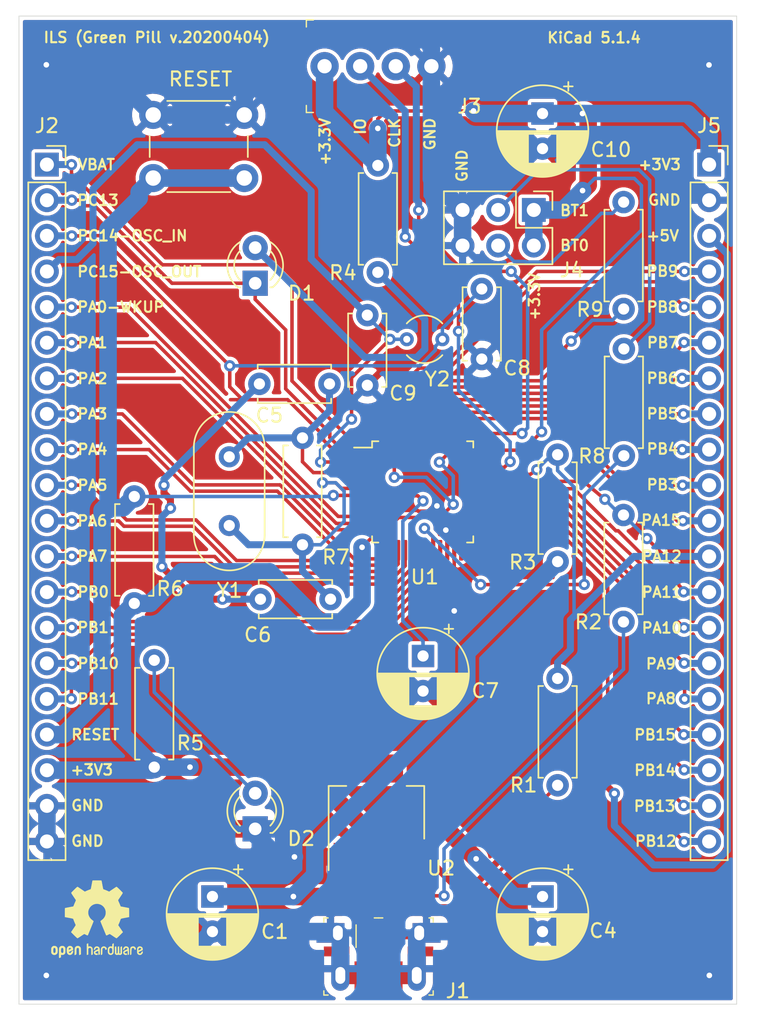
<source format=kicad_pcb>
(kicad_pcb (version 20171130) (host pcbnew "(5.1.4)-1")
  (layers (0 F.Cu signal) (31 B.Cu signal) (34 B.Paste user) (35 F.Paste user) (36 B.SilkS user) (37 F.SilkS user) (38 B.Mask user) (39 F.Mask user) (44 Edge.Cuts user))
  (net 0 "")
  (net 1 RESET)
  (net 2 GND)
  (net 3 +5V)
  (net 4 +3V3)
  (net 5 "Net-(C5-Pad2)")
  (net 6 OSC_IN)
  (net 7 OSC_OUT)
  (net 8 PC14-OSC_IN)
  (net 9 PC15-OSC_OUT)
  (net 10 "Net-(D1-Pad2)")
  (net 11 PC13)
  (net 12 "Net-(D2-Pad2)")
  (net 13 "Net-(J1-Pad2)")
  (net 14 "Net-(J1-Pad3)")
  (net 15 "Net-(J2-Pad16)")
  (net 16 "Net-(J2-Pad15)")
  (net 17 "Net-(J2-Pad14)")
  (net 18 "Net-(J2-Pad13)")
  (net 19 PA7)
  (net 20 PA6)
  (net 21 PA5)
  (net 22 PA4)
  (net 23 PA3)
  (net 24 PA2)
  (net 25 PA1)
  (net 26 PA0-WKUP)
  (net 27 VBAT)
  (net 28 PA13-SWDIO)
  (net 29 PA14-SWDCLK)
  (net 30 PB9)
  (net 31 PB8)
  (net 32 PB7)
  (net 33 PB6)
  (net 34 PB5)
  (net 35 PB4)
  (net 36 PB3)
  (net 37 "Net-(J5-Pad11)")
  (net 38 PA12-USART_RTS)
  (net 39 PA11-USART_CTS)
  (net 40 "Net-(J5-Pad14)")
  (net 41 "Net-(J5-Pad15)")
  (net 42 "Net-(J5-Pad16)")
  (net 43 PB15)
  (net 44 PB14)
  (net 45 PB13)
  (net 46 PB12)
  (net 47 PB2-BOOT1)
  (net 48 BOOT0)
  (net 49 "Net-(J4-Pad3)")
  (net 50 "Net-(J4-Pad4)")
  (module Symbol:OSHW-Logo2_7.3x6mm_SilkScreen (layer F.Cu) (at 131.59 121.36)
    (fp_text reference REF** hide)
    (fp_text value OSHW-Logo2_7.3x6mm_SilkScreen hide)
  )
  (module Package_QFP:LQFP-48_7x7mm_P0.5mm (layer F.Cu) (at 154.825 90.9)
    (fp_text reference U1 (at 0.145 6.07) (layer F.SilkS))
    (fp_text value STM32F103C8Tx)
    (pad 1 smd roundrect (at -4.1625 -2.75) (size 1.475 0.3) (layers F.Cu F.Paste F.Mask) (net 27 VBAT))
    (pad 2 smd roundrect (at -4.1625 -2.25) (size 1.475 0.3) (layers F.Cu F.Paste F.Mask) (net 11 PC13))
    (pad 3 smd roundrect (at -4.1625 -1.75) (size 1.475 0.3) (layers F.Cu F.Paste F.Mask) (net 8 PC14-OSC_IN))
    (pad 4 smd roundrect (at -4.1625 -1.25) (size 1.475 0.3) (layers F.Cu F.Paste F.Mask) (net 9 PC15-OSC_OUT))
    (pad 5 smd roundrect (at -4.1625 -0.75) (size 1.475 0.3) (layers F.Cu F.Paste F.Mask) (net 6 OSC_IN))
    (pad 6 smd roundrect (at -4.1625 -0.25) (size 1.475 0.3) (layers F.Cu F.Paste F.Mask) (net 7 OSC_OUT))
    (pad 7 smd roundrect (at -4.1625 0.25) (size 1.475 0.3) (layers F.Cu F.Paste F.Mask) (net 1 RESET))
    (pad 8 smd roundrect (at -4.1625 0.75) (size 1.475 0.3) (layers F.Cu F.Paste F.Mask) (net 2 GND))
    (pad 9 smd roundrect (at -4.1625 1.25) (size 1.475 0.3) (layers F.Cu F.Paste F.Mask) (net 4 +3V3))
    (pad 10 smd roundrect (at -4.1625 1.75) (size 1.475 0.3) (layers F.Cu F.Paste F.Mask) (net 26 PA0-WKUP))
    (pad 11 smd roundrect (at -4.1625 2.25) (size 1.475 0.3) (layers F.Cu F.Paste F.Mask) (net 25 PA1))
    (pad 12 smd roundrect (at -4.1625 2.75) (size 1.475 0.3) (layers F.Cu F.Paste F.Mask) (net 24 PA2))
    (pad 13 smd roundrect (at -2.75 4.1625) (size 0.3 1.475) (layers F.Cu F.Paste F.Mask) (net 23 PA3))
    (pad 14 smd roundrect (at -2.25 4.1625) (size 0.3 1.475) (layers F.Cu F.Paste F.Mask) (net 22 PA4))
    (pad 15 smd roundrect (at -1.75 4.1625) (size 0.3 1.475) (layers F.Cu F.Paste F.Mask) (net 21 PA5))
    (pad 16 smd roundrect (at -1.25 4.1625) (size 0.3 1.475) (layers F.Cu F.Paste F.Mask) (net 20 PA6))
    (pad 17 smd roundrect (at -0.75 4.1625) (size 0.3 1.475) (layers F.Cu F.Paste F.Mask) (net 19 PA7))
    (pad 18 smd roundrect (at -0.25 4.1625) (size 0.3 1.475) (layers F.Cu F.Paste F.Mask) (net 18 "Net-(J2-Pad13)"))
    (pad 19 smd roundrect (at 0.25 4.1625) (size 0.3 1.475) (layers F.Cu F.Paste F.Mask) (net 17 "Net-(J2-Pad14)"))
    (pad 20 smd roundrect (at 0.75 4.1625) (size 0.3 1.475) (layers F.Cu F.Paste F.Mask) (net 47 PB2-BOOT1))
    (pad 21 smd roundrect (at 1.25 4.1625) (size 0.3 1.475) (layers F.Cu F.Paste F.Mask) (net 16 "Net-(J2-Pad15)"))
    (pad 22 smd roundrect (at 1.75 4.1625) (size 0.3 1.475) (layers F.Cu F.Paste F.Mask) (net 15 "Net-(J2-Pad16)"))
    (pad 23 smd roundrect (at 2.25 4.1625) (size 0.3 1.475) (layers F.Cu F.Paste F.Mask) (net 2 GND))
    (pad 24 smd roundrect (at 2.75 4.1625) (size 0.3 1.475) (layers F.Cu F.Paste F.Mask) (net 4 +3V3))
    (pad 25 smd roundrect (at 4.1625 2.75) (size 1.475 0.3) (layers F.Cu F.Paste F.Mask) (net 46 PB12))
    (pad 26 smd roundrect (at 4.1625 2.25) (size 1.475 0.3) (layers F.Cu F.Paste F.Mask) (net 45 PB13))
    (pad 27 smd roundrect (at 4.1625 1.75) (size 1.475 0.3) (layers F.Cu F.Paste F.Mask) (net 44 PB14))
    (pad 28 smd roundrect (at 4.1625 1.25) (size 1.475 0.3) (layers F.Cu F.Paste F.Mask) (net 43 PB15))
    (pad 29 smd roundrect (at 4.1625 0.75) (size 1.475 0.3) (layers F.Cu F.Paste F.Mask) (net 42 "Net-(J5-Pad16)"))
    (pad 30 smd roundrect (at 4.1625 0.25) (size 1.475 0.3) (layers F.Cu F.Paste F.Mask) (net 41 "Net-(J5-Pad15)"))
    (pad 31 smd roundrect (at 4.1625 -0.25) (size 1.475 0.3) (layers F.Cu F.Paste F.Mask) (net 40 "Net-(J5-Pad14)"))
    (pad 32 smd roundrect (at 4.1625 -0.75) (size 1.475 0.3) (layers F.Cu F.Paste F.Mask) (net 39 PA11-USART_CTS))
    (pad 33 smd roundrect (at 4.1625 -1.25) (size 1.475 0.3) (layers F.Cu F.Paste F.Mask) (net 38 PA12-USART_RTS))
    (pad 34 smd roundrect (at 4.1625 -1.75) (size 1.475 0.3) (layers F.Cu F.Paste F.Mask) (net 28 PA13-SWDIO))
    (pad 35 smd roundrect (at 4.1625 -2.25) (size 1.475 0.3) (layers F.Cu F.Paste F.Mask) (net 2 GND))
    (pad 36 smd roundrect (at 4.1625 -2.75) (size 1.475 0.3) (layers F.Cu F.Paste F.Mask) (net 4 +3V3))
    (pad 37 smd roundrect (at 2.75 -4.1625) (size 0.3 1.475) (layers F.Cu F.Paste F.Mask) (net 29 PA14-SWDCLK))
    (pad 38 smd roundrect (at 2.25 -4.1625) (size 0.3 1.475) (layers F.Cu F.Paste F.Mask) (net 37 "Net-(J5-Pad11)"))
    (pad 39 smd roundrect (at 1.75 -4.1625) (size 0.3 1.475) (layers F.Cu F.Paste F.Mask) (net 36 PB3))
    (pad 40 smd roundrect (at 1.25 -4.1625) (size 0.3 1.475) (layers F.Cu F.Paste F.Mask) (net 35 PB4))
    (pad 41 smd roundrect (at 0.75 -4.1625) (size 0.3 1.475) (layers F.Cu F.Paste F.Mask) (net 34 PB5))
    (pad 42 smd roundrect (at 0.25 -4.1625) (size 0.3 1.475) (layers F.Cu F.Paste F.Mask) (net 33 PB6))
    (pad 43 smd roundrect (at -0.25 -4.1625) (size 0.3 1.475) (layers F.Cu F.Paste F.Mask) (net 32 PB7))
    (pad 44 smd roundrect (at -0.75 -4.1625) (size 0.3 1.475) (layers F.Cu F.Paste F.Mask) (net 48 BOOT0))
    (pad 45 smd roundrect (at -1.25 -4.1625) (size 0.3 1.475) (layers F.Cu F.Paste F.Mask) (net 31 PB8))
    (pad 46 smd roundrect (at -1.75 -4.1625) (size 0.3 1.475) (layers F.Cu F.Paste F.Mask) (net 30 PB9))
    (pad 47 smd roundrect (at -2.25 -4.1625) (size 0.3 1.475) (layers F.Cu F.Paste F.Mask) (net 2 GND))
    (pad 48 smd roundrect (at -2.75 -4.1625) (size 0.3 1.475) (layers F.Cu F.Paste F.Mask) (net 4 +3V3))
  )
  (module Button_Switch_THT:SW_PUSH_6mm_H4.3mm (layer F.Cu) (at 135.6 64.025)
    (fp_text reference RESET (at 3.37 -2.555) (layer F.SilkS))
    (fp_text value SW_Push)
    (pad 2 thru_hole circle (at 0 4.5 90) (size 2 2) (drill 1.1) (layers *.Cu *.Mask) (net 1 RESET))
    (pad 1 thru_hole circle (at 0 0 90) (size 2 2) (drill 1.1) (layers *.Cu *.Mask) (net 2 GND))
    (pad 2 thru_hole circle (at 6.5 4.5 90) (size 2 2) (drill 1.1) (layers *.Cu *.Mask) (net 1 RESET))
    (pad 1 thru_hole circle (at 6.5 0 90) (size 2 2) (drill 1.1) (layers *.Cu *.Mask) (net 2 GND))
  )
  (module Resistor_THT:R_Axial_DIN0207_L6.3mm_D2.5mm_P7.62mm_Horizontal (layer F.Cu) (at 164.45 104.2 270)
    (fp_text reference R1 (at 7.61 2.43 180) (layer F.SilkS))
    (fp_text value 20R)
    (pad 1 thru_hole circle (at 0 0 270) (size 1.6 1.6) (drill 0.8) (layers *.Cu *.Mask) (net 38 PA12-USART_RTS))
    (pad 2 thru_hole oval (at 7.62 0 270) (size 1.6 1.6) (drill 0.8) (layers *.Cu *.Mask) (net 14 "Net-(J1-Pad3)"))
  )
  (module Resistor_THT:R_Axial_DIN0207_L6.3mm_D2.5mm_P7.62mm_Horizontal (layer F.Cu) (at 135.675 110.525 90)
    (fp_text reference R5 (at 1.715 2.575 180) (layer F.SilkS))
    (fp_text value 510R)
    (pad 1 thru_hole circle (at 0 0 90) (size 1.6 1.6) (drill 0.8) (layers *.Cu *.Mask) (net 4 +3V3))
    (pad 2 thru_hole oval (at 7.62 0 90) (size 1.6 1.6) (drill 0.8) (layers *.Cu *.Mask) (net 12 "Net-(D2-Pad2)"))
  )
  (module Package_TO_SOT_SMD:SOT-223 (layer F.Cu) (at 151.525 113.775 90)
    (fp_text reference U2 (at -3.955 4.615 180) (layer F.SilkS))
    (fp_text value AZ1117-3.3)
    (pad 4 smd rect (at 3.15 0 90) (size 2 3.8) (layers F.Cu F.Paste F.Mask))
    (pad 2 smd rect (at -3.15 0 90) (size 2 1.5) (layers F.Cu F.Paste F.Mask) (net 4 +3V3))
    (pad 3 smd rect (at -3.15 2.3 90) (size 2 1.5) (layers F.Cu F.Paste F.Mask) (net 3 +5V))
    (pad 1 smd rect (at -3.15 -2.3 90) (size 2 1.5) (layers F.Cu F.Paste F.Mask) (net 2 GND))
  )
  (module Resistor_THT:R_Axial_DIN0207_L6.3mm_D2.5mm_P7.62mm_Horizontal (layer F.Cu) (at 169.16 70.24 270)
    (fp_text reference R9 (at 7.66 2.39 180) (layer F.SilkS))
    (fp_text value 100k)
    (pad 2 thru_hole oval (at 7.62 0 270) (size 1.6 1.6) (drill 0.8) (layers *.Cu *.Mask) (net 48 BOOT0))
    (pad 1 thru_hole circle (at 0 0 270) (size 1.6 1.6) (drill 0.8) (layers *.Cu *.Mask) (net 50 "Net-(J4-Pad4)"))
  )
  (module Crystal:Crystal_HC18-U_Vertical (layer F.Cu) (at 141.025 88.4 270)
    (fp_text reference Y1 (at 9.53 -0.025 180) (layer F.SilkS))
    (fp_text value 8MHz)
    (pad 1 thru_hole circle (at 0 0 270) (size 1.5 1.5) (drill 0.8) (layers *.Cu *.Mask) (net 6 OSC_IN))
    (pad 2 thru_hole circle (at 4.9 0 270) (size 1.5 1.5) (drill 0.8) (layers *.Cu *.Mask) (net 7 OSC_OUT))
  )
  (module Resistor_THT:R_Axial_DIN0207_L6.3mm_D2.5mm_P7.62mm_Horizontal (layer F.Cu) (at 169.175 88.325 90)
    (fp_text reference R8 (at -0.025 -2.275 180) (layer F.SilkS))
    (fp_text value 100k)
    (pad 2 thru_hole oval (at 7.62 0 90) (size 1.6 1.6) (drill 0.8) (layers *.Cu *.Mask) (net 49 "Net-(J4-Pad3)"))
    (pad 1 thru_hole circle (at 0 0 90) (size 1.6 1.6) (drill 0.8) (layers *.Cu *.Mask) (net 47 PB2-BOOT1))
  )
  (module Crystal:Crystal_AT310_D3.0mm_L10.0mm_Vertical (layer F.Cu) (at 156.23 80.02 180)
    (fp_text reference Y2 (at 0.35 -2.84) (layer F.SilkS))
    (fp_text value 32.768kHz)
    (pad 1 thru_hole circle (at 0 0 180) (size 1 1) (drill 0.5) (layers *.Cu *.Mask) (net 8 PC14-OSC_IN))
    (pad 2 thru_hole circle (at 2.54 0 180) (size 1 1) (drill 0.5) (layers *.Cu *.Mask) (net 9 PC15-OSC_OUT))
  )
  (module Resistor_THT:R_Axial_DIN0207_L6.3mm_D2.5mm_P7.62mm_Horizontal (layer F.Cu) (at 169.15 92.55 270)
    (fp_text reference R2 (at 7.63 2.5 180) (layer F.SilkS))
    (fp_text value 20R)
    (pad 2 thru_hole oval (at 7.62 0 270) (size 1.6 1.6) (drill 0.8) (layers *.Cu *.Mask) (net 13 "Net-(J1-Pad2)"))
    (pad 1 thru_hole circle (at 0 0 270) (size 1.6 1.6) (drill 0.8) (layers *.Cu *.Mask) (net 39 PA11-USART_CTS))
  )
  (module Resistor_THT:R_Axial_DIN0207_L6.3mm_D2.5mm_P7.62mm_Horizontal (layer F.Cu) (at 164.45 88.25 270)
    (fp_text reference R3 (at 7.67 2.49 180) (layer F.SilkS))
    (fp_text value 10k)
    (pad 1 thru_hole circle (at 0 0 270) (size 1.6 1.6) (drill 0.8) (layers *.Cu *.Mask) (net 38 PA12-USART_RTS))
    (pad 2 thru_hole oval (at 7.62 0 270) (size 1.6 1.6) (drill 0.8) (layers *.Cu *.Mask) (net 3 +5V))
  )
  (module Capacitor_THT:CP_Radial_D6.3mm_P2.50mm (layer F.Cu) (at 154.85 102.6 270)
    (fp_text reference C7 (at 2.48 -4.44 180) (layer F.SilkS))
    (fp_text value 100uF)
    (pad 1 thru_hole rect (at 0 0 270) (size 1.6 1.6) (drill 0.8) (layers *.Cu *.Mask) (net 1 RESET))
    (pad 2 thru_hole circle (at 2.5 0 270) (size 1.6 1.6) (drill 0.8) (layers *.Cu *.Mask) (net 2 GND))
  )
  (module digikey-footprints:PinHeader_1x4_P2.54mm_Drill1.02mm (layer F.Cu) (at 147.825 60.55)
    (fp_text reference J3 (at 10.335 2.86) (layer F.SilkS))
    (fp_text value 0022232041)
    (pad 1 thru_hole circle (at 0 0) (size 2.02 2.02) (drill 1.02) (layers *.Cu *.Mask) (net 4 +3V3))
    (pad 2 thru_hole circle (at 2.54 0) (size 2.02 2.02) (drill 1.02) (layers *.Cu *.Mask) (net 28 PA13-SWDIO))
    (pad 3 thru_hole circle (at 5.08 0) (size 2.02 2.02) (drill 1.02) (layers *.Cu *.Mask) (net 29 PA14-SWDCLK))
    (pad 4 thru_hole circle (at 7.62 0) (size 2.02 2.02) (drill 1.02) (layers *.Cu *.Mask) (net 2 GND))
  )
  (module Capacitor_THT:C_Disc_D5.0mm_W2.5mm_P5.00mm (layer F.Cu) (at 148.25 98.55 180)
    (fp_text reference C6 (at 5.19 -2.54) (layer F.SilkS))
    (fp_text value 20pF)
    (pad 1 thru_hole circle (at 0 0 180) (size 1.6 1.6) (drill 0.8) (layers *.Cu *.Mask) (net 7 OSC_OUT))
    (pad 2 thru_hole circle (at 5 0 180) (size 1.6 1.6) (drill 0.8) (layers *.Cu *.Mask) (net 5 "Net-(C5-Pad2)"))
  )
  (module Resistor_THT:R_Axial_DIN0207_L6.3mm_D2.5mm_P7.62mm_Horizontal (layer F.Cu) (at 151.625 67.625 270)
    (fp_text reference R4 (at 7.655 2.495 180) (layer F.SilkS))
    (fp_text value 510R)
    (pad 1 thru_hole circle (at 0 0 270) (size 1.6 1.6) (drill 0.8) (layers *.Cu *.Mask) (net 4 +3V3))
    (pad 2 thru_hole oval (at 7.62 0 270) (size 1.6 1.6) (drill 0.8) (layers *.Cu *.Mask) (net 10 "Net-(D1-Pad2)"))
  )
  (module Resistor_THT:R_Axial_DIN0207_L6.3mm_D2.5mm_P7.62mm_Horizontal (layer F.Cu) (at 134.25 98.85 90)
    (fp_text reference R6 (at 1.05 2.56 180) (layer F.SilkS))
    (fp_text value 10k)
    (pad 2 thru_hole oval (at 7.62 0 90) (size 1.6 1.6) (drill 0.8) (layers *.Cu *.Mask) (net 1 RESET))
    (pad 1 thru_hole circle (at 0 0 90) (size 1.6 1.6) (drill 0.8) (layers *.Cu *.Mask) (net 4 +3V3))
  )
  (module Resistor_THT:R_Axial_DIN0207_L6.3mm_D2.5mm_P7.62mm_Horizontal (layer F.Cu) (at 146.25 87.05 270)
    (fp_text reference R7 (at 8.5 -2.38 180) (layer F.SilkS))
    (fp_text value 1MEGA)
    (pad 1 thru_hole circle (at 0 0 270) (size 1.6 1.6) (drill 0.8) (layers *.Cu *.Mask) (net 6 OSC_IN))
    (pad 2 thru_hole oval (at 7.62 0 270) (size 1.6 1.6) (drill 0.8) (layers *.Cu *.Mask) (net 7 OSC_OUT))
  )
  (module Capacitor_THT:C_Disc_D5.0mm_W2.5mm_P5.00mm (layer F.Cu) (at 150.875 78.3 270)
    (fp_text reference C9 (at 5.57 -2.545 180) (layer F.SilkS))
    (fp_text value 20pF)
    (pad 2 thru_hole circle (at 5 0 270) (size 1.6 1.6) (drill 0.8) (layers *.Cu *.Mask) (net 2 GND))
    (pad 1 thru_hole circle (at 0 0 270) (size 1.6 1.6) (drill 0.8) (layers *.Cu *.Mask) (net 9 PC15-OSC_OUT))
  )
  (module Capacitor_THT:C_Disc_D5.0mm_W2.5mm_P5.00mm (layer F.Cu) (at 159.04 76.43 270)
    (fp_text reference C8 (at 5.65 -2.52 180) (layer F.SilkS))
    (fp_text value 20pF)
    (pad 1 thru_hole circle (at 0 0 270) (size 1.6 1.6) (drill 0.8) (layers *.Cu *.Mask) (net 8 PC14-OSC_IN))
    (pad 2 thru_hole circle (at 5 0 270) (size 1.6 1.6) (drill 0.8) (layers *.Cu *.Mask) (net 2 GND))
  )
  (module LED_THT:LED_D3.0mm (layer F.Cu) (at 142.875 76.025 90)
    (fp_text reference D1 (at -0.715 3.315 180) (layer F.SilkS))
    (fp_text value LED_PC13)
    (pad 2 thru_hole circle (at 2.54 0 90) (size 1.8 1.8) (drill 0.9) (layers *.Cu *.Mask) (net 10 "Net-(D1-Pad2)"))
    (pad 1 thru_hole rect (at 0 0 90) (size 1.8 1.8) (drill 0.9) (layers *.Cu *.Mask) (net 11 PC13))
  )
  (module LED_THT:LED_D3.0mm (layer F.Cu) (at 142.875 114.925 90)
    (fp_text reference D2 (at -0.695 3.285 180) (layer F.SilkS))
    (fp_text value LED_PWR)
    (pad 1 thru_hole rect (at 0 0 90) (size 1.8 1.8) (drill 0.9) (layers *.Cu *.Mask) (net 2 GND))
    (pad 2 thru_hole circle (at 2.54 0 90) (size 1.8 1.8) (drill 0.9) (layers *.Cu *.Mask) (net 12 "Net-(D2-Pad2)"))
  )
  (module Capacitor_THT:CP_Radial_D6.3mm_P2.50mm (layer F.Cu) (at 163.375 63.925 270)
    (fp_text reference C10 (at 2.575 -4.885 180) (layer F.SilkS))
    (fp_text value 100uF)
    (pad 1 thru_hole rect (at 0 0 270) (size 1.6 1.6) (drill 0.8) (layers *.Cu *.Mask) (net 4 +3V3))
    (pad 2 thru_hole circle (at 2.5 0 270) (size 1.6 1.6) (drill 0.8) (layers *.Cu *.Mask) (net 2 GND))
  )
  (module digikey-footprints:USB_Micro_B_Female_10103594-0001LF (layer F.Cu) (at 151.675 125.375)
    (fp_text reference J1 (at 5.655 1.105) (layer F.SilkS))
    (fp_text value 10103594-0001LF)
    (pad SH smd rect (at 1 0.25) (size 1.425 2.5) (layers F.Cu F.Paste F.Mask) (net 2 GND))
    (pad SH smd rect (at -2.99 -1.71) (size 1.825 0.7) (layers F.Cu F.Paste F.Mask) (net 2 GND))
    (pad SH thru_hole oval (at -2.725 0) (size 1.3 3.15) (drill oval 0.7 1.2 (offset 0 -0.48)) (layers *.Cu *.Mask) (net 2 GND))
    (pad SH thru_hole rect (at -2.9 -3.03) (size 2 1.4) (drill oval 0.7 1.05 (offset -0.525 0)) (layers *.Cu *.Mask) (net 2 GND))
    (pad 1 smd rect (at -1.3 -2.825) (size 0.4 1.75) (layers F.Cu F.Paste F.Mask) (net 3 +5V))
    (pad SH thru_hole rect (at 2.9 -3.03) (size 2 1.4) (drill oval 0.7 1.05 (offset 0.525 0)) (layers *.Cu *.Mask) (net 2 GND))
    (pad 2 smd rect (at -0.65 -2.825) (size 0.4 1.75) (layers F.Cu F.Paste F.Mask) (net 13 "Net-(J1-Pad2)"))
    (pad 3 smd rect (at 0 -2.825) (size 0.4 1.75) (layers F.Cu F.Paste F.Mask) (net 14 "Net-(J1-Pad3)"))
    (pad 4 smd rect (at 0.65 -2.825) (size 0.4 1.75) (layers F.Cu F.Paste F.Mask) (net 2 GND))
    (pad 5 smd rect (at 1.3 -2.825) (size 0.4 1.75) (layers F.Cu F.Paste F.Mask) (net 2 GND))
    (pad SH thru_hole oval (at 2.725 0) (size 1.3 3.15) (drill oval 0.7 1.2 (offset 0 -0.48)) (layers *.Cu *.Mask) (net 2 GND))
    (pad SH smd rect (at 2.99 -1.71) (size 1.825 0.7) (layers F.Cu F.Paste F.Mask) (net 2 GND))
    (pad SH smd rect (at -1 0.25) (size 1.425 2.5) (layers F.Cu F.Paste F.Mask) (net 2 GND))
  )
  (module Connector_PinHeader_2.54mm:PinHeader_2x03_P2.54mm_Vertical (layer F.Cu) (at 162.75 70.8 270)
    (fp_text reference J4 (at 4.28 -2.72 180) (layer F.SilkS))
    (fp_text value M20-9980345)
    (pad 1 thru_hole rect (at 0 0 270) (size 1.7 1.7) (drill 1) (layers *.Cu *.Mask) (net 4 +3V3))
    (pad 2 thru_hole oval (at 2.54 0 270) (size 1.7 1.7) (drill 1) (layers *.Cu *.Mask) (net 4 +3V3))
    (pad 3 thru_hole oval (at 0 2.54 270) (size 1.7 1.7) (drill 1) (layers *.Cu *.Mask) (net 49 "Net-(J4-Pad3)"))
    (pad 4 thru_hole oval (at 2.54 2.54 270) (size 1.7 1.7) (drill 1) (layers *.Cu *.Mask) (net 50 "Net-(J4-Pad4)"))
    (pad 5 thru_hole oval (at 0 5.08 270) (size 1.7 1.7) (drill 1) (layers *.Cu *.Mask) (net 2 GND))
    (pad 6 thru_hole oval (at 2.54 5.08 270) (size 1.7 1.7) (drill 1) (layers *.Cu *.Mask) (net 2 GND))
  )
  (module Capacitor_THT:C_Disc_D5.0mm_W2.5mm_P5.00mm (layer F.Cu) (at 148.175 83.2 180)
    (fp_text reference C5 (at 4.285 -2.24) (layer F.SilkS))
    (fp_text value 20pF)
    (pad 2 thru_hole circle (at 5 0 180) (size 1.6 1.6) (drill 0.8) (layers *.Cu *.Mask) (net 5 "Net-(C5-Pad2)"))
    (pad 1 thru_hole circle (at 0 0 180) (size 1.6 1.6) (drill 0.8) (layers *.Cu *.Mask) (net 6 OSC_IN))
  )
  (module Capacitor_THT:CP_Radial_D6.3mm_P2.50mm (layer F.Cu) (at 139.825 119.75 270)
    (fp_text reference C1 (at 2.5 -4.445 180) (layer F.SilkS))
    (fp_text value 10uF)
    (pad 2 thru_hole circle (at 2.5 0 270) (size 1.6 1.6) (drill 0.8) (layers *.Cu *.Mask) (net 2 GND))
    (pad 1 thru_hole rect (at 0 0 270) (size 1.6 1.6) (drill 0.8) (layers *.Cu *.Mask) (net 3 +5V))
  )
  (module Capacitor_THT:CP_Radial_D6.3mm_P2.50mm (layer F.Cu) (at 163.375 119.75 270)
    (fp_text reference C4 (at 2.44 -4.315 180) (layer F.SilkS))
    (fp_text value 20uF)
    (pad 2 thru_hole circle (at 2.5 0 270) (size 1.6 1.6) (drill 0.8) (layers *.Cu *.Mask) (net 2 GND))
    (pad 1 thru_hole rect (at 0 0 270) (size 1.6 1.6) (drill 0.8) (layers *.Cu *.Mask) (net 4 +3V3))
  )
  (module Connector_PinSocket_2.54mm:PinSocket_1x20_P2.54mm_Vertical (layer F.Cu) (at 128.016 67.564)
    (fp_text reference J2 (at 0 -2.77) (layer F.SilkS))
    (fp_text value 68000-220HLF)
    (pad 20 thru_hole oval (at 0 48.26) (size 1.7 1.7) (drill 1) (layers *.Cu *.Mask) (net 2 GND))
    (pad 19 thru_hole oval (at 0 45.72) (size 1.7 1.7) (drill 1) (layers *.Cu *.Mask) (net 2 GND))
    (pad 18 thru_hole oval (at 0 43.18) (size 1.7 1.7) (drill 1) (layers *.Cu *.Mask) (net 4 +3V3))
    (pad 17 thru_hole oval (at 0 40.64) (size 1.7 1.7) (drill 1) (layers *.Cu *.Mask) (net 1 RESET))
    (pad 16 thru_hole oval (at 0 38.1) (size 1.7 1.7) (drill 1) (layers *.Cu *.Mask) (net 15 "Net-(J2-Pad16)"))
    (pad 15 thru_hole oval (at 0 35.56) (size 1.7 1.7) (drill 1) (layers *.Cu *.Mask) (net 16 "Net-(J2-Pad15)"))
    (pad 14 thru_hole oval (at 0 33.02) (size 1.7 1.7) (drill 1) (layers *.Cu *.Mask) (net 17 "Net-(J2-Pad14)"))
    (pad 13 thru_hole oval (at 0 30.48) (size 1.7 1.7) (drill 1) (layers *.Cu *.Mask) (net 18 "Net-(J2-Pad13)"))
    (pad 12 thru_hole oval (at 0 27.94) (size 1.7 1.7) (drill 1) (layers *.Cu *.Mask) (net 19 PA7))
    (pad 11 thru_hole oval (at 0 25.4) (size 1.7 1.7) (drill 1) (layers *.Cu *.Mask) (net 20 PA6))
    (pad 10 thru_hole oval (at 0 22.86) (size 1.7 1.7) (drill 1) (layers *.Cu *.Mask) (net 21 PA5))
    (pad 9 thru_hole oval (at 0 20.32) (size 1.7 1.7) (drill 1) (layers *.Cu *.Mask) (net 22 PA4))
    (pad 8 thru_hole oval (at 0 17.78) (size 1.7 1.7) (drill 1) (layers *.Cu *.Mask) (net 23 PA3))
    (pad 7 thru_hole oval (at 0 15.24) (size 1.7 1.7) (drill 1) (layers *.Cu *.Mask) (net 24 PA2))
    (pad 6 thru_hole oval (at 0 12.7) (size 1.7 1.7) (drill 1) (layers *.Cu *.Mask) (net 25 PA1))
    (pad 5 thru_hole oval (at 0 10.16) (size 1.7 1.7) (drill 1) (layers *.Cu *.Mask) (net 26 PA0-WKUP))
    (pad 4 thru_hole oval (at 0 7.62) (size 1.7 1.7) (drill 1) (layers *.Cu *.Mask) (net 9 PC15-OSC_OUT))
    (pad 3 thru_hole oval (at 0 5.08) (size 1.7 1.7) (drill 1) (layers *.Cu *.Mask) (net 8 PC14-OSC_IN))
    (pad 2 thru_hole oval (at 0 2.54) (size 1.7 1.7) (drill 1) (layers *.Cu *.Mask) (net 11 PC13))
    (pad 1 thru_hole rect (at 0 0) (size 1.7 1.7) (drill 1) (layers *.Cu *.Mask) (net 27 VBAT))
  )
  (module Connector_PinSocket_2.54mm:PinSocket_1x20_P2.54mm_Vertical (layer F.Cu) (at 175.26 67.564)
    (fp_text reference J5 (at 0 -2.77) (layer F.SilkS))
    (fp_text value 68000-220HLF)
    (pad 1 thru_hole rect (at 0 0) (size 1.7 1.7) (drill 1) (layers *.Cu *.Mask) (net 4 +3V3))
    (pad 2 thru_hole oval (at 0 2.54) (size 1.7 1.7) (drill 1) (layers *.Cu *.Mask) (net 2 GND))
    (pad 3 thru_hole oval (at 0 5.08) (size 1.7 1.7) (drill 1) (layers *.Cu *.Mask) (net 3 +5V))
    (pad 4 thru_hole oval (at 0 7.62) (size 1.7 1.7) (drill 1) (layers *.Cu *.Mask) (net 30 PB9))
    (pad 5 thru_hole oval (at 0 10.16) (size 1.7 1.7) (drill 1) (layers *.Cu *.Mask) (net 31 PB8))
    (pad 6 thru_hole oval (at 0 12.7) (size 1.7 1.7) (drill 1) (layers *.Cu *.Mask) (net 32 PB7))
    (pad 7 thru_hole oval (at 0 15.24) (size 1.7 1.7) (drill 1) (layers *.Cu *.Mask) (net 33 PB6))
    (pad 8 thru_hole oval (at 0 17.78) (size 1.7 1.7) (drill 1) (layers *.Cu *.Mask) (net 34 PB5))
    (pad 9 thru_hole oval (at 0 20.32) (size 1.7 1.7) (drill 1) (layers *.Cu *.Mask) (net 35 PB4))
    (pad 10 thru_hole oval (at 0 22.86) (size 1.7 1.7) (drill 1) (layers *.Cu *.Mask) (net 36 PB3))
    (pad 11 thru_hole oval (at 0 25.4) (size 1.7 1.7) (drill 1) (layers *.Cu *.Mask) (net 37 "Net-(J5-Pad11)"))
    (pad 12 thru_hole oval (at 0 27.94) (size 1.7 1.7) (drill 1) (layers *.Cu *.Mask) (net 38 PA12-USART_RTS))
    (pad 13 thru_hole oval (at 0 30.48) (size 1.7 1.7) (drill 1) (layers *.Cu *.Mask) (net 39 PA11-USART_CTS))
    (pad 14 thru_hole oval (at 0 33.02) (size 1.7 1.7) (drill 1) (layers *.Cu *.Mask) (net 40 "Net-(J5-Pad14)"))
    (pad 15 thru_hole oval (at 0 35.56) (size 1.7 1.7) (drill 1) (layers *.Cu *.Mask) (net 41 "Net-(J5-Pad15)"))
    (pad 16 thru_hole oval (at 0 38.1) (size 1.7 1.7) (drill 1) (layers *.Cu *.Mask) (net 42 "Net-(J5-Pad16)"))
    (pad 17 thru_hole oval (at 0 40.64) (size 1.7 1.7) (drill 1) (layers *.Cu *.Mask) (net 43 PB15))
    (pad 18 thru_hole oval (at 0 43.18) (size 1.7 1.7) (drill 1) (layers *.Cu *.Mask) (net 44 PB14))
    (pad 19 thru_hole oval (at 0 45.72) (size 1.7 1.7) (drill 1) (layers *.Cu *.Mask) (net 45 PB13))
    (pad 20 thru_hole oval (at 0 48.26) (size 1.7 1.7) (drill 1) (layers *.Cu *.Mask) (net 46 PB12))
  )
  (gr_text +3V3 (at 171.73 67.56) (layer F.SilkS) (effects (font (size 0.75 0.75))))
  (gr_text GND (at 172.07 70.09) (layer F.SilkS) (effects (font (size 0.75 0.75))))
  (gr_text +5V (at 171.95 72.64) (layer F.SilkS) (effects (font (size 0.75 0.75))))
  (gr_text PB9 (at 171.93 75.16) (layer F.SilkS) (effects (font (size 0.75 0.75))))
  (gr_text PB8 (at 171.93 77.72) (layer F.SilkS) (effects (font (size 0.75 0.75))))
  (gr_text PB7 (at 171.95 80.26) (layer F.SilkS) (effects (font (size 0.75 0.75))))
  (gr_text PB6 (at 171.93 82.8) (layer F.SilkS) (effects (font (size 0.75 0.75))))
  (gr_text PB5 (at 171.93 85.33) (layer F.SilkS) (effects (font (size 0.75 0.75))))
  (gr_text PB4 (at 171.93 87.84) (layer F.SilkS) (effects (font (size 0.75 0.75))))
  (gr_text PB3 (at 171.93 90.39) (layer F.SilkS) (effects (font (size 0.75 0.75))))
  (gr_text PA15 (at 171.84 92.92) (layer F.SilkS) (effects (font (size 0.75 0.75))))
  (gr_text PA12 (at 171.88 95.49) (layer F.SilkS) (effects (font (size 0.75 0.75))))
  (gr_text PA11 (at 171.88 98.05) (layer F.SilkS) (effects (font (size 0.75 0.75))))
  (gr_text PA10 (at 171.88 100.6) (layer F.SilkS) (effects (font (size 0.75 0.75))))
  (gr_text PA9 (at 171.82 103.16) (layer F.SilkS) (effects (font (size 0.75 0.75))))
  (gr_text PA8 (at 171.82 105.64) (layer F.SilkS) (effects (font (size 0.75 0.75))))
  (gr_text PB15 (at 171.4 108.22) (layer F.SilkS) (effects (font (size 0.75 0.75))))
  (gr_text PB14 (at 171.4 110.75) (layer F.SilkS) (effects (font (size 0.75 0.75))))
  (gr_text "PB13\n" (at 171.37 113.31) (layer F.SilkS) (effects (font (size 0.75 0.75))))
  (gr_text "PB12\n" (at 171.45 115.8) (layer F.SilkS) (effects (font (size 0.75 0.75))))
  (gr_text VBAT (at 131.55 67.57) (layer F.SilkS) (effects (font (size 0.75 0.75))))
  (gr_text PC13 (at 131.66 70.11) (layer F.SilkS) (effects (font (size 0.75 0.75))))
  (gr_text PC14-OSC_IN (at 134.12 72.64) (layer F.SilkS) (effects (font (size 0.75 0.75))))
  (gr_text PC15-OSC_OUT (at 134.61 75.2) (layer F.SilkS) (effects (font (size 0.75 0.75))))
  (gr_text PA0-WKUP (at 133.29 77.72) (layer F.SilkS) (effects (font (size 0.75 0.75))))
  (gr_text PA1 (at 131.27 80.26) (layer F.SilkS) (effects (font (size 0.75 0.75))))
  (gr_text PA2 (at 131.27 82.82) (layer F.SilkS) (effects (font (size 0.75 0.75))))
  (gr_text PA3 (at 131.26 85.34) (layer F.SilkS) (effects (font (size 0.75 0.75))))
  (gr_text PA4 (at 131.27 87.87) (layer F.SilkS) (effects (font (size 0.75 0.75))))
  (gr_text PA5 (at 131.27 90.43) (layer F.SilkS) (effects (font (size 0.75 0.75))))
  (gr_text PA6 (at 131.26 92.97) (layer F.SilkS) (effects (font (size 0.75 0.75))))
  (gr_text PA7 (at 131.26 95.48) (layer F.SilkS) (effects (font (size 0.75 0.75))))
  (gr_text PB0 (at 131.32 98.04) (layer F.SilkS) (effects (font (size 0.75 0.75))))
  (gr_text PB1 (at 131.31 100.57) (layer F.SilkS) (effects (font (size 0.75 0.75))))
  (gr_text PB10 (at 131.68 103.13) (layer F.SilkS) (effects (font (size 0.75 0.75))))
  (gr_text PB11 (at 131.68 105.67) (layer F.SilkS) (effects (font (size 0.75 0.75))))
  (gr_text RESET (at 131.47 108.21) (layer F.SilkS) (effects (font (size 0.75 0.75))))
  (gr_text +3V3 (at 131.22 110.72) (layer F.SilkS) (effects (font (size 0.75 0.75))))
  (gr_text GND (at 130.91 113.26) (layer F.SilkS) (effects (font (size 0.75 0.75))))
  (gr_text GND (at 130.91 115.8) (layer F.SilkS) (effects (font (size 0.75 0.75))))
  (gr_text +3.3V (at 162.8 76.97 90) (layer F.SilkS) (effects (font (size 0.75 0.75))))
  (gr_text GND (at 157.63 67.65 90) (layer F.SilkS) (effects (font (size 0.75 0.75))))
  (gr_text BT1 (at 165.66 70.84) (layer F.SilkS) (effects (font (size 0.75 0.75))))
  (gr_text BT0 (at 165.66 73.33) (layer F.SilkS) (effects (font (size 0.75 0.75))))
  (gr_text CLK (at 152.82 65.3 90) (layer F.SilkS) (effects (font (size 0.75 0.75))))
  (gr_text IO (at 150.38 64.85 90) (layer F.SilkS) (effects (font (size 0.75 0.75))))
  (gr_text GND (at 155.34 65.39 90) (layer F.SilkS) (effects (font (size 0.75 0.75))))
  (gr_text +3.3V (at 147.86 65.93 90) (layer F.SilkS) (effects (font (size 0.75 0.75))))
  (gr_text "KiCad 5.1.4" (at 167.05 58.52) (layer F.SilkS) (effects (font (size 0.75 0.75))))
  (gr_text "ILS (Green Pill v.20200404)" (at 135.85 58.5) (layer F.SilkS) (effects (font (size 0.75 0.75))))
  (gr_line (start 177.225 56.975) (end 177.225 127.425) (layer Edge.Cuts) (width 0.05))
  (gr_line (start 177.225 127.425) (end 126.025 127.425) (layer Edge.Cuts) (width 0.05))
  (gr_line (start 126.025 56.975) (end 177.225 56.975) (layer Edge.Cuts) (width 0.05))
  (gr_line (start 126.025 56.975) (end 126.025 127.425) (layer Edge.Cuts) (width 0.05))
  (segment (start 150.6625 91.15) (end 148.45 91.15) (width 0.25) (layer F.Cu) (net 1))
  (segment (start 148.45 91.15) (end 148.25 91.15) (width 0.25) (layer F.Cu) (net 1))
  (via (at 148.45 91.15) (size 0.8) (drill 0.4) (layers F.Cu B.Cu) (net 1))
  (segment (start 148.37 91.23) (end 148.45 91.15) (width 0.25) (layer B.Cu) (net 1))
  (segment (start 134.25 91.23) (end 148.37 91.23) (width 0.25) (layer B.Cu) (net 1))
  (segment (start 135.6 68.525) (end 142.1 68.525) (width 1.25) (layer B.Cu) (net 1))
  (segment (start 132.550001 92.029999) (end 132.37999 92.20001) (width 1.25) (layer B.Cu) (net 1))
  (segment (start 133.450001 92.029999) (end 132.120001 92.029999) (width 1.25) (layer B.Cu) (net 1))
  (segment (start 134.25 91.23) (end 133.450001 92.029999) (width 1.25) (layer B.Cu) (net 1))
  (segment (start 131.94999 104.27001) (end 131.94999 92.20001) (width 1.25) (layer B.Cu) (net 1))
  (segment (start 132.37999 92.20001) (end 132.37999 72.17501) (width 1.25) (layer B.Cu) (net 1))
  (segment (start 151.37499 91.17499) (end 154.47499 91.17499) (width 0.25) (layer F.Cu) (net 1))
  (segment (start 150.6625 91.15) (end 151.35 91.15) (width 0.25) (layer F.Cu) (net 1))
  (segment (start 151.35 91.15) (end 151.37499 91.17499) (width 0.25) (layer F.Cu) (net 1))
  (segment (start 154.47499 91.17499) (end 154.85 91.55) (width 0.25) (layer F.Cu) (net 1))
  (segment (start 154.85 91.55) (end 154.9 91.6) (width 0.25) (layer F.Cu) (net 1))
  (via (at 154.85 91.55) (size 0.8) (drill 0.4) (layers F.Cu B.Cu) (net 1))
  (segment (start 154.85 101.55) (end 153.41 100.11) (width 0.25) (layer B.Cu) (net 1))
  (segment (start 154.85 102.6) (end 154.85 101.55) (width 0.25) (layer B.Cu) (net 1))
  (segment (start 153.41 92.99) (end 154.85 91.55) (width 0.25) (layer B.Cu) (net 1))
  (segment (start 153.41 100.11) (end 153.41 92.99) (width 0.25) (layer B.Cu) (net 1))
  (segment (start 131.94999 105.472091) (end 131.94999 104.27001) (width 1.25) (layer B.Cu) (net 1))
  (segment (start 129.218081 108.204) (end 131.94999 105.472091) (width 1.25) (layer B.Cu) (net 1))
  (segment (start 128.016 108.204) (end 129.218081 108.204) (width 1.25) (layer B.Cu) (net 1))
  (segment (start 134.600001 69.954999) (end 132.37999 72.17501) (width 1.25) (layer B.Cu) (net 1))
  (segment (start 134.600001 69.524999) (end 134.600001 69.954999) (width 1.25) (layer B.Cu) (net 1))
  (segment (start 135.6 68.525) (end 134.600001 69.524999) (width 1.25) (layer B.Cu) (net 1))
  (segment (start 163.375 122.25) (end 154.67 122.25) (width 1.25) (layer B.Cu) (net 2))
  (segment (start 154.67 122.25) (end 154.575 122.345) (width 1.25) (layer B.Cu) (net 2))
  (segment (start 148.95 125.375) (end 148.95 122.52) (width 1.25) (layer B.Cu) (net 2))
  (segment (start 148.95 122.52) (end 148.775 122.345) (width 1.25) (layer B.Cu) (net 2))
  (segment (start 154.4 122.52) (end 154.575 122.345) (width 1.25) (layer B.Cu) (net 2))
  (segment (start 154.4 125.375) (end 154.4 122.52) (width 1.25) (layer B.Cu) (net 2))
  (segment (start 154.37 122.55) (end 154.575 122.345) (width 0.5) (layer F.Cu) (net 2))
  (segment (start 152.325 122.55) (end 152.975 122.55) (width 0.5) (layer F.Cu) (net 2))
  (segment (start 152.975 122.55) (end 154.37 122.55) (width 0.5) (layer F.Cu) (net 2))
  (segment (start 142.875 114.925) (end 142.875 115.325) (width 1.25) (layer B.Cu) (net 2))
  (segment (start 149.225 116.925) (end 145.675 116.925) (width 1.25) (layer F.Cu) (net 2))
  (segment (start 155.4 60.505) (end 155.445 60.55) (width 0.5) (layer B.Cu) (net 2))
  (via (at 145.675 116.925) (size 0.8) (drill 0.4) (layers F.Cu B.Cu) (net 2))
  (via (at 127.975 60.45) (size 0.8) (drill 0.4) (layers F.Cu B.Cu) (net 2))
  (via (at 175.275 125.375) (size 0.8) (drill 0.4) (layers F.Cu B.Cu) (net 2))
  (via (at 127.975 125.375) (size 0.8) (drill 0.4) (layers F.Cu B.Cu) (net 2))
  (segment (start 144.475 116.925) (end 145.675 116.925) (width 1.25) (layer B.Cu) (net 2))
  (segment (start 142.875 115.325) (end 144.475 116.925) (width 1.25) (layer B.Cu) (net 2))
  (segment (start 128.016 113.284) (end 128.016 115.824) (width 1.25) (layer B.Cu) (net 2))
  (segment (start 154.85 105.1) (end 149.45 105.1) (width 1.25) (layer B.Cu) (net 2))
  (segment (start 149.45 105.1) (end 146.25 108.3) (width 1.25) (layer B.Cu) (net 2))
  (segment (start 145.025 114.925) (end 142.875 114.925) (width 1.25) (layer B.Cu) (net 2))
  (segment (start 146.25 113.7) (end 145.025 114.925) (width 1.25) (layer B.Cu) (net 2))
  (segment (start 146.25 108.3) (end 146.25 113.7) (width 1.25) (layer B.Cu) (net 2))
  (segment (start 128.865999 116.673999) (end 128.016 115.824) (width 1.25) (layer B.Cu) (net 2))
  (segment (start 135.241999 123.049999) (end 128.865999 116.673999) (width 1.25) (layer B.Cu) (net 2))
  (segment (start 139.025001 123.049999) (end 135.241999 123.049999) (width 1.25) (layer B.Cu) (net 2))
  (segment (start 139.825 122.25) (end 139.025001 123.049999) (width 1.25) (layer B.Cu) (net 2))
  (segment (start 148.68 122.25) (end 148.775 122.345) (width 1.25) (layer B.Cu) (net 2))
  (segment (start 139.825 122.25) (end 148.68 122.25) (width 1.25) (layer B.Cu) (net 2))
  (segment (start 172.15 122.25) (end 175.275 125.375) (width 1.25) (layer B.Cu) (net 2))
  (segment (start 163.375 122.25) (end 172.15 122.25) (width 1.25) (layer B.Cu) (net 2))
  (segment (start 130.300001 123.049999) (end 127.975 125.375) (width 1.25) (layer B.Cu) (net 2))
  (segment (start 135.241999 123.049999) (end 130.300001 123.049999) (width 1.25) (layer B.Cu) (net 2))
  (segment (start 132.025 60.45) (end 135.6 64.025) (width 1.25) (layer B.Cu) (net 2))
  (segment (start 127.975 60.45) (end 132.025 60.45) (width 1.25) (layer B.Cu) (net 2))
  (segment (start 135.6 64.025) (end 142.1 64.025) (width 1.25) (layer B.Cu) (net 2))
  (segment (start 142.1 62.610787) (end 146.560787 58.15) (width 1.25) (layer B.Cu) (net 2))
  (segment (start 142.1 64.025) (end 142.1 62.610787) (width 1.25) (layer B.Cu) (net 2))
  (segment (start 155.445 59.121645) (end 155.445 60.55) (width 1.25) (layer B.Cu) (net 2))
  (segment (start 154.473355 58.15) (end 155.445 59.121645) (width 1.25) (layer B.Cu) (net 2))
  (segment (start 146.560787 58.15) (end 154.473355 58.15) (width 1.25) (layer B.Cu) (net 2))
  (segment (start 152.575 85) (end 150.875 83.3) (width 0.25) (layer F.Cu) (net 2))
  (segment (start 152.575 86.7375) (end 152.575 85) (width 0.25) (layer F.Cu) (net 2))
  (segment (start 162.045 66.425) (end 157.67 70.8) (width 1.25) (layer B.Cu) (net 2))
  (segment (start 163.375 66.425) (end 162.045 66.425) (width 1.25) (layer B.Cu) (net 2))
  (segment (start 157.67 70.8) (end 157.67 73.34) (width 1.25) (layer B.Cu) (net 2))
  (segment (start 155.445 68.575) (end 157.67 70.8) (width 1.25) (layer B.Cu) (net 2))
  (segment (start 155.445 60.55) (end 155.445 68.575) (width 1.25) (layer B.Cu) (net 2))
  (segment (start 174.410001 69.254001) (end 173.254001 69.254001) (width 1.25) (layer B.Cu) (net 2))
  (segment (start 175.26 70.104) (end 174.410001 69.254001) (width 1.25) (layer B.Cu) (net 2))
  (segment (start 170.425 66.425) (end 163.375 66.425) (width 1.25) (layer B.Cu) (net 2))
  (segment (start 173.254001 69.254001) (end 170.425 66.425) (width 1.25) (layer B.Cu) (net 2))
  (segment (start 158.519999 74.189999) (end 158.839999 74.189999) (width 0.5) (layer B.Cu) (net 2))
  (segment (start 157.67 73.34) (end 158.519999 74.189999) (width 0.5) (layer B.Cu) (net 2))
  (segment (start 158.839999 74.189999) (end 160.44 75.79) (width 0.5) (layer B.Cu) (net 2))
  (segment (start 160.44 80.03) (end 159.04 81.43) (width 0.5) (layer B.Cu) (net 2))
  (segment (start 160.44 75.79) (end 160.44 80.03) (width 0.5) (layer B.Cu) (net 2))
  (segment (start 155.198001 92.275001) (end 156.43 91.043002) (width 0.25) (layer F.Cu) (net 2))
  (segment (start 158.15 88.65) (end 158.9875 88.65) (width 0.25) (layer F.Cu) (net 2))
  (segment (start 156.43 90.37) (end 158.15 88.65) (width 0.25) (layer F.Cu) (net 2))
  (segment (start 156.43 91.043002) (end 156.43 90.37) (width 0.25) (layer F.Cu) (net 2))
  (segment (start 155.37 90.37) (end 156.43 90.37) (width 0.25) (layer F.Cu) (net 2))
  (segment (start 152.575 87.575) (end 155.37 90.37) (width 0.25) (layer F.Cu) (net 2))
  (segment (start 152.575 86.7375) (end 152.575 87.575) (width 0.25) (layer F.Cu) (net 2))
  (segment (start 157.075 95.0625) (end 157.075 99.385) (width 0.25) (layer F.Cu) (net 2))
  (segment (start 157.075 99.385) (end 157.075 99.385) (width 0.25) (layer F.Cu) (net 2))
  (via (at 157.075 99.385) (size 0.8) (drill 0.4) (layers F.Cu B.Cu) (net 2))
  (segment (start 156.675001 99.784999) (end 157.075 99.385) (width 1.25) (layer B.Cu) (net 2))
  (segment (start 156.51999 99.94001) (end 156.675001 99.784999) (width 1.25) (layer B.Cu) (net 2))
  (segment (start 156.51999 104.56138) (end 156.51999 99.94001) (width 1.25) (layer B.Cu) (net 2))
  (segment (start 155.98137 105.1) (end 156.51999 104.56138) (width 1.25) (layer B.Cu) (net 2))
  (segment (start 154.85 105.1) (end 155.98137 105.1) (width 1.25) (layer B.Cu) (net 2))
  (segment (start 157.075 94.225) (end 156.475 93.625) (width 0.25) (layer F.Cu) (net 2))
  (segment (start 157.075 95.0625) (end 157.075 94.225) (width 0.25) (layer F.Cu) (net 2))
  (via (at 156.475 93.625) (size 0.8) (drill 0.4) (layers F.Cu B.Cu) (net 2))
  (segment (start 156.475 93.625) (end 156.475 92.535) (width 0.25) (layer B.Cu) (net 2))
  (segment (start 156.475 92.535) (end 155.84 91.9) (width 0.25) (layer B.Cu) (net 2))
  (segment (start 155.84 91.9) (end 155.84 91.9) (width 0.25) (layer B.Cu) (net 2))
  (via (at 155.84 91.9) (size 0.8) (drill 0.4) (layers F.Cu B.Cu) (net 2))
  (segment (start 153.876998 91.65) (end 150.6625 91.65) (width 0.25) (layer F.Cu) (net 2))
  (segment (start 154.501999 92.275001) (end 153.876998 91.65) (width 0.25) (layer F.Cu) (net 2))
  (segment (start 155.198001 92.275001) (end 154.501999 92.275001) (width 0.25) (layer F.Cu) (net 2))
  (segment (start 155.573002 91.9) (end 155.198001 92.275001) (width 0.25) (layer F.Cu) (net 2))
  (segment (start 155.84 91.9) (end 155.573002 91.9) (width 0.25) (layer F.Cu) (net 2))
  (via (at 175.25 60.46) (size 0.8) (drill 0.4) (layers F.Cu B.Cu) (net 2))
  (segment (start 150.425 125.375) (end 150.675 125.625) (width 1.25) (layer F.Cu) (net 2))
  (segment (start 148.95 125.375) (end 150.425 125.375) (width 1.25) (layer F.Cu) (net 2))
  (segment (start 152.925 125.375) (end 152.675 125.625) (width 1.25) (layer F.Cu) (net 2))
  (segment (start 154.4 125.375) (end 152.925 125.375) (width 1.25) (layer F.Cu) (net 2))
  (segment (start 138.69363 122.25) (end 137.39 120.94637) (width 1.25) (layer F.Cu) (net 2))
  (segment (start 139.825 122.25) (end 138.69363 122.25) (width 1.25) (layer F.Cu) (net 2))
  (segment (start 140.725 114.925) (end 142.875 114.925) (width 1.25) (layer F.Cu) (net 2))
  (segment (start 137.39 118.26) (end 140.725 114.925) (width 1.25) (layer F.Cu) (net 2))
  (segment (start 137.39 120.94637) (end 137.39 118.26) (width 1.25) (layer F.Cu) (net 2))
  (segment (start 150.675 125.625) (end 152.675 125.625) (width 1.25) (layer F.Cu) (net 2))
  (segment (start 150.375 121.425) (end 148.7 119.75) (width 0.5) (layer F.Cu) (net 3))
  (segment (start 148.7 119.75) (end 145.6 119.75) (width 0.5) (layer F.Cu) (net 3))
  (segment (start 150.375 122.55) (end 150.375 121.425) (width 0.5) (layer F.Cu) (net 3))
  (segment (start 139.825 119.75) (end 145.6 119.75) (width 1.25) (layer B.Cu) (net 3))
  (via (at 145.6 119.75) (size 0.8) (drill 0.4) (layers F.Cu B.Cu) (net 3))
  (segment (start 146.165685 119.75) (end 145.6 119.75) (width 1.25) (layer F.Cu) (net 3))
  (segment (start 151.471481 119.75) (end 146.165685 119.75) (width 1.25) (layer F.Cu) (net 3))
  (segment (start 152.471491 118.74999) (end 151.471481 119.75) (width 1.25) (layer F.Cu) (net 3))
  (segment (start 152.85001 118.74999) (end 152.471491 118.74999) (width 1.25) (layer F.Cu) (net 3))
  (segment (start 153.825 117.775) (end 152.85001 118.74999) (width 1.25) (layer F.Cu) (net 3))
  (segment (start 153.825 116.925) (end 153.825 117.775) (width 1.25) (layer F.Cu) (net 3))
  (segment (start 176.560001 116.448001) (end 175.508002 117.5) (width 0.5) (layer B.Cu) (net 3))
  (segment (start 175.26 72.644) (end 176.560001 73.944001) (width 0.5) (layer B.Cu) (net 3))
  (segment (start 176.560001 73.944001) (end 176.560001 116.448001) (width 0.5) (layer B.Cu) (net 3))
  (segment (start 158.086814 119.35) (end 162.05 115.386814) (width 0.5) (layer F.Cu) (net 3))
  (segment (start 157.5 119.35) (end 158.086814 119.35) (width 0.5) (layer F.Cu) (net 3))
  (segment (start 153.825 116.925) (end 155.075 116.925) (width 0.5) (layer F.Cu) (net 3))
  (segment (start 155.075 116.925) (end 157.5 119.35) (width 0.5) (layer F.Cu) (net 3))
  (segment (start 162.05 115.386814) (end 162.05 111.95) (width 0.5) (layer F.Cu) (net 3))
  (segment (start 162.05 111.95) (end 164.05 109.95) (width 0.5) (layer F.Cu) (net 3))
  (segment (start 164.05 109.95) (end 166.05 109.95) (width 0.5) (layer F.Cu) (net 3))
  (segment (start 166.05 109.95) (end 168.5 112.4) (width 0.5) (layer F.Cu) (net 3))
  (segment (start 168.5 112.4) (end 168.5 112.4) (width 0.5) (layer F.Cu) (net 3))
  (via (at 168.5 112.4) (size 0.8) (drill 0.4) (layers F.Cu B.Cu) (net 3))
  (segment (start 168.5 114.7) (end 171.3 117.5) (width 0.5) (layer B.Cu) (net 3))
  (segment (start 168.5 112.4) (end 168.5 114.7) (width 0.5) (layer B.Cu) (net 3))
  (segment (start 175.508002 117.5) (end 171.3 117.5) (width 0.5) (layer B.Cu) (net 3))
  (segment (start 145.999999 119.350001) (end 145.6 119.75) (width 1.25) (layer B.Cu) (net 3))
  (segment (start 147.12501 118.22499) (end 145.999999 119.350001) (width 1.25) (layer B.Cu) (net 3))
  (segment (start 147.12501 116.149368) (end 147.12501 118.22499) (width 1.25) (layer B.Cu) (net 3))
  (segment (start 157.97 105.304378) (end 147.12501 116.149368) (width 1.25) (layer B.Cu) (net 3))
  (segment (start 157.97 102.35) (end 157.97 105.304378) (width 1.25) (layer B.Cu) (net 3))
  (segment (start 164.45 95.87) (end 157.97 102.35) (width 1.25) (layer B.Cu) (net 3))
  (segment (start 128.235 110.525) (end 128.016 110.744) (width 1.25) (layer B.Cu) (net 4))
  (segment (start 163.375 119.75) (end 161.325 119.75) (width 1.25) (layer B.Cu) (net 4))
  (segment (start 161.325 119.75) (end 158.6375 117.0625) (width 1.25) (layer B.Cu) (net 4))
  (segment (start 153.264998 114.25) (end 155.825 114.25) (width 1.25) (layer F.Cu) (net 4))
  (segment (start 155.825 114.25) (end 158.6375 117.0625) (width 1.25) (layer F.Cu) (net 4))
  (segment (start 151.525 116.925) (end 151.525 115.989998) (width 1.25) (layer F.Cu) (net 4))
  (segment (start 151.525 115.989998) (end 153.264998 114.25) (width 1.25) (layer F.Cu) (net 4))
  (via (at 158.6375 117.0625) (size 0.8) (drill 0.4) (layers F.Cu B.Cu) (net 4))
  (segment (start 135.456 110.744) (end 135.675 110.525) (width 1.25) (layer B.Cu) (net 4))
  (segment (start 128.016 110.744) (end 135.456 110.744) (width 1.25) (layer B.Cu) (net 4))
  (segment (start 146.336998 110.525) (end 138.225 110.525) (width 1.25) (layer F.Cu) (net 4))
  (segment (start 151.525 115.713002) (end 146.336998 110.525) (width 1.25) (layer F.Cu) (net 4))
  (segment (start 151.525 116.925) (end 151.525 115.713002) (width 1.25) (layer F.Cu) (net 4))
  (via (at 138.225 110.525) (size 0.8) (drill 0.4) (layers F.Cu B.Cu) (net 4))
  (segment (start 135.675 110.525) (end 138.225 110.525) (width 1.25) (layer B.Cu) (net 4))
  (segment (start 150.5 95.55) (end 150.5 95.25) (width 0.25) (layer B.Cu) (net 4))
  (segment (start 150.5 98.705002) (end 150.5 94.85) (width 1.25) (layer B.Cu) (net 4))
  (segment (start 135.38137 98.85) (end 137.63137 96.6) (width 1.25) (layer B.Cu) (net 4))
  (segment (start 134.25 98.85) (end 135.38137 98.85) (width 1.25) (layer B.Cu) (net 4))
  (segment (start 137.63137 96.6) (end 143.894998 96.6) (width 1.25) (layer B.Cu) (net 4))
  (segment (start 143.894998 96.6) (end 147.469999 100.175001) (width 1.25) (layer B.Cu) (net 4))
  (segment (start 147.469999 100.175001) (end 149.030001 100.175001) (width 1.25) (layer B.Cu) (net 4))
  (segment (start 149.030001 100.175001) (end 150.5 98.705002) (width 1.25) (layer B.Cu) (net 4))
  (segment (start 150.5 94.85) (end 150.5 94.85) (width 1.25) (layer B.Cu) (net 4))
  (via (at 150.5 94.85) (size 0.8) (drill 0.4) (layers F.Cu B.Cu) (net 4))
  (segment (start 134.25 98.85) (end 133.4 99.7) (width 1.25) (layer B.Cu) (net 4))
  (segment (start 133.4 108.25) (end 135.675 110.525) (width 1.25) (layer B.Cu) (net 4))
  (segment (start 133.4 99.7) (end 133.4 108.25) (width 1.25) (layer B.Cu) (net 4))
  (segment (start 175.26 65.464) (end 175.26 67.564) (width 1.25) (layer B.Cu) (net 4))
  (segment (start 173.721 63.925) (end 175.26 65.464) (width 1.25) (layer B.Cu) (net 4))
  (segment (start 163.375 63.925) (end 173.721 63.925) (width 1.25) (layer B.Cu) (net 4))
  (segment (start 162.75 73.34) (end 162.75 70.8) (width 1.25) (layer B.Cu) (net 4))
  (segment (start 164.85 70.8) (end 166.23 69.42) (width 1.25) (layer B.Cu) (net 4))
  (segment (start 162.75 70.8) (end 164.85 70.8) (width 1.25) (layer B.Cu) (net 4))
  (segment (start 166.23 69.42) (end 166.23 69.42) (width 1.25) (layer B.Cu) (net 4))
  (via (at 166.23 69.42) (size 0.8) (drill 0.4) (layers F.Cu B.Cu) (net 4))
  (segment (start 166.629999 69.020001) (end 166.629999 64.199999) (width 1.25) (layer F.Cu) (net 4))
  (segment (start 166.23 69.42) (end 166.629999 69.020001) (width 1.25) (layer F.Cu) (net 4))
  (segment (start 166.355 63.925) (end 166.225 63.925) (width 1.25) (layer F.Cu) (net 4))
  (segment (start 166.629999 64.199999) (end 166.355 63.925) (width 1.25) (layer F.Cu) (net 4))
  (via (at 166.225 63.925) (size 0.8) (drill 0.4) (layers F.Cu B.Cu) (net 4))
  (segment (start 163.375 63.925) (end 166.225 63.925) (width 1.25) (layer B.Cu) (net 4))
  (segment (start 151.625 64.305) (end 151.625 64.985) (width 0.25) (layer F.Cu) (net 4))
  (segment (start 152.19 63.74) (end 151.625 64.305) (width 0.25) (layer F.Cu) (net 4))
  (segment (start 158.45 63.74) (end 152.19 63.74) (width 0.25) (layer F.Cu) (net 4))
  (via (at 158.45 63.74) (size 0.8) (drill 0.4) (layers F.Cu B.Cu) (net 4))
  (via (at 151.625 64.985) (size 0.8) (drill 0.4) (layers F.Cu B.Cu) (net 4))
  (segment (start 158.635 63.925) (end 158.45 63.74) (width 1.25) (layer B.Cu) (net 4))
  (segment (start 163.375 63.925) (end 158.635 63.925) (width 1.25) (layer B.Cu) (net 4))
  (segment (start 151.625 67.625) (end 151.625 64.985) (width 1.25) (layer B.Cu) (net 4))
  (segment (start 147.825 63.825) (end 147.825 60.55) (width 1.25) (layer B.Cu) (net 4))
  (segment (start 151.625 67.625) (end 147.825 63.825) (width 1.25) (layer B.Cu) (net 4))
  (segment (start 153.109287 92.725011) (end 156.064989 92.725011) (width 0.25) (layer F.Cu) (net 4))
  (segment (start 151.709288 94.12501) (end 153.109287 92.725011) (width 0.25) (layer F.Cu) (net 4))
  (segment (start 150.5 94.85) (end 151.22499 94.12501) (width 0.25) (layer F.Cu) (net 4))
  (segment (start 151.22499 94.12501) (end 151.709288 94.12501) (width 0.25) (layer F.Cu) (net 4))
  (segment (start 156.064989 92.725011) (end 157.005 91.785) (width 0.25) (layer F.Cu) (net 4))
  (segment (start 152.534276 92.15) (end 153.109287 92.725011) (width 0.25) (layer F.Cu) (net 4))
  (segment (start 150.6625 92.15) (end 152.534276 92.15) (width 0.25) (layer F.Cu) (net 4))
  (segment (start 157.005 91.785) (end 157.07 91.72) (width 0.25) (layer F.Cu) (net 4))
  (via (at 157.005 91.785) (size 0.8) (drill 0.4) (layers F.Cu B.Cu) (net 4))
  (segment (start 157.005 91.785) (end 155.08 89.86) (width 0.25) (layer B.Cu) (net 4))
  (segment (start 155.08 89.86) (end 152.8 89.86) (width 0.25) (layer B.Cu) (net 4))
  (segment (start 152.8 89.86) (end 152.8 89.86) (width 0.25) (layer B.Cu) (net 4))
  (via (at 152.8 89.86) (size 0.8) (drill 0.4) (layers F.Cu B.Cu) (net 4))
  (segment (start 152.8 89.86) (end 152.8 88.43641) (width 0.25) (layer F.Cu) (net 4))
  (segment (start 158.76679 87.92929) (end 156.87071 87.92929) (width 0.25) (layer F.Cu) (net 4))
  (segment (start 158.9875 88.15) (end 158.76679 87.92929) (width 0.25) (layer F.Cu) (net 4))
  (segment (start 156.87071 87.92929) (end 156.02 88.78) (width 0.25) (layer F.Cu) (net 4))
  (segment (start 156.02 88.78) (end 156.02 88.78) (width 0.25) (layer F.Cu) (net 4))
  (via (at 156.02 88.78) (size 0.8) (drill 0.4) (layers F.Cu B.Cu) (net 4))
  (segment (start 157.005 89.765) (end 157.005 91.785) (width 0.25) (layer B.Cu) (net 4))
  (segment (start 156.02 88.78) (end 157.005 89.765) (width 0.25) (layer B.Cu) (net 4))
  (segment (start 159.20821 87.92929) (end 161.99071 87.92929) (width 0.25) (layer F.Cu) (net 4))
  (segment (start 158.9875 88.15) (end 159.20821 87.92929) (width 0.25) (layer F.Cu) (net 4))
  (segment (start 161.99071 87.92929) (end 163.31 86.61) (width 0.25) (layer F.Cu) (net 4))
  (segment (start 163.31 86.61) (end 163.31 86.61) (width 0.25) (layer F.Cu) (net 4))
  (via (at 163.31 86.61) (size 0.8) (drill 0.4) (layers F.Cu B.Cu) (net 4))
  (segment (start 167.1 68.55) (end 166.23 69.42) (width 0.25) (layer B.Cu) (net 4))
  (segment (start 169.92 68.55) (end 167.1 68.55) (width 0.25) (layer B.Cu) (net 4))
  (segment (start 170.43 69.06) (end 169.92 68.55) (width 0.25) (layer B.Cu) (net 4))
  (segment (start 170.43 72.24) (end 170.43 69.06) (width 0.25) (layer B.Cu) (net 4))
  (segment (start 163.31 86.61) (end 163.31 79.36) (width 0.25) (layer B.Cu) (net 4))
  (segment (start 163.31 79.36) (end 170.43 72.24) (width 0.25) (layer B.Cu) (net 4))
  (segment (start 157.79571 94.84179) (end 157.79571 93.47571) (width 0.25) (layer F.Cu) (net 4))
  (segment (start 157.575 95.0625) (end 157.79571 94.84179) (width 0.25) (layer F.Cu) (net 4))
  (segment (start 157.045011 92.725011) (end 156.064989 92.725011) (width 0.25) (layer F.Cu) (net 4))
  (segment (start 157.79571 93.47571) (end 157.045011 92.725011) (width 0.25) (layer F.Cu) (net 4))
  (segment (start 151.85429 87.4907) (end 152.8 88.43641) (width 0.25) (layer F.Cu) (net 4))
  (segment (start 151.85429 86.95821) (end 151.85429 87.4907) (width 0.25) (layer F.Cu) (net 4))
  (segment (start 152.075 86.7375) (end 151.85429 86.95821) (width 0.25) (layer F.Cu) (net 4))
  (segment (start 143.175 83.2) (end 136.37 90.005) (width 0.5) (layer B.Cu) (net 5))
  (segment (start 136.37 90.005) (end 136.37 90.42) (width 0.5) (layer B.Cu) (net 5))
  (segment (start 136.37 90.42) (end 136.37 90.51) (width 0.5) (layer B.Cu) (net 5))
  (via (at 136.37 90.42) (size 0.8) (drill 0.4) (layers F.Cu B.Cu) (net 5))
  (segment (start 136.37 90.985685) (end 136.83 91.445685) (width 0.5) (layer F.Cu) (net 5))
  (segment (start 136.37 90.42) (end 136.37 90.985685) (width 0.5) (layer F.Cu) (net 5))
  (segment (start 136.83 91.445685) (end 136.83 92.06) (width 0.5) (layer F.Cu) (net 5))
  (segment (start 136.83 92.06) (end 136.83 92.22) (width 0.5) (layer F.Cu) (net 5))
  (via (at 136.83 92.06) (size 0.8) (drill 0.4) (layers F.Cu B.Cu) (net 5))
  (segment (start 136.83 92.06) (end 136.22 92.67) (width 0.5) (layer B.Cu) (net 5))
  (segment (start 136.22 92.67) (end 136.22 96.23) (width 0.5) (layer B.Cu) (net 5))
  (segment (start 136.22 96.23) (end 136.22 96.23) (width 0.5) (layer B.Cu) (net 5))
  (via (at 136.22 96.23) (size 0.8) (drill 0.4) (layers F.Cu B.Cu) (net 5))
  (segment (start 138.54 98.55) (end 140.54 98.55) (width 0.5) (layer F.Cu) (net 5))
  (segment (start 136.22 96.23) (end 138.54 98.55) (width 0.5) (layer F.Cu) (net 5))
  (via (at 140.54 98.55) (size 0.8) (drill 0.4) (layers F.Cu B.Cu) (net 5))
  (segment (start 143.25 98.55) (end 140.54 98.55) (width 0.5) (layer B.Cu) (net 5))
  (segment (start 141.025 88.4) (end 142.375 87.05) (width 0.5) (layer B.Cu) (net 6))
  (segment (start 148.175 83.2) (end 148.175 85.125) (width 0.5) (layer B.Cu) (net 6))
  (segment (start 148.175 85.125) (end 146.25 87.05) (width 0.5) (layer B.Cu) (net 6))
  (segment (start 142.375 87.05) (end 146.25 87.05) (width 0.5) (layer B.Cu) (net 6))
  (segment (start 150 90.15) (end 149.97501 90.12501) (width 0.25) (layer F.Cu) (net 6))
  (segment (start 150.6625 90.15) (end 150 90.15) (width 0.25) (layer F.Cu) (net 6))
  (segment (start 148.724999 89.524999) (end 147.025001 89.524999) (width 0.25) (layer F.Cu) (net 6))
  (segment (start 150.6625 90.15) (end 149.35 90.15) (width 0.25) (layer F.Cu) (net 6))
  (segment (start 149.35 90.15) (end 148.724999 89.524999) (width 0.25) (layer F.Cu) (net 6))
  (segment (start 146.25 88.749998) (end 146.25 87.05) (width 0.25) (layer F.Cu) (net 6))
  (segment (start 147.025001 89.524999) (end 146.25 88.749998) (width 0.25) (layer F.Cu) (net 6))
  (segment (start 146.25 96.55) (end 148.25 98.55) (width 0.5) (layer B.Cu) (net 7))
  (segment (start 146.25 94.67) (end 146.25 96.55) (width 0.5) (layer B.Cu) (net 7))
  (segment (start 141.025 93.3) (end 142.395 94.67) (width 0.5) (layer B.Cu) (net 7))
  (segment (start 142.395 94.67) (end 146.25 94.67) (width 0.5) (layer B.Cu) (net 7))
  (segment (start 149.023002 90.65) (end 148.623002 90.25) (width 0.25) (layer F.Cu) (net 7))
  (segment (start 150.6625 90.65) (end 149.023002 90.65) (width 0.25) (layer F.Cu) (net 7))
  (segment (start 148.623002 90.25) (end 147.68 90.25) (width 0.25) (layer F.Cu) (net 7))
  (segment (start 147.68 90.25) (end 147.68 90.25) (width 0.25) (layer F.Cu) (net 7))
  (via (at 147.68 90.25) (size 0.8) (drill 0.4) (layers F.Cu B.Cu) (net 7))
  (segment (start 148.623002 90.25) (end 149.22 90.846998) (width 0.25) (layer B.Cu) (net 7))
  (segment (start 147.68 90.25) (end 148.623002 90.25) (width 0.25) (layer B.Cu) (net 7))
  (segment (start 149.22 90.846998) (end 149.22 93) (width 0.25) (layer B.Cu) (net 7))
  (segment (start 147.55 94.67) (end 146.25 94.67) (width 0.25) (layer B.Cu) (net 7))
  (segment (start 149.22 93) (end 147.55 94.67) (width 0.25) (layer B.Cu) (net 7))
  (segment (start 147.75 86.884998) (end 145.190003 84.325001) (width 0.25) (layer F.Cu) (net 8))
  (via (at 129.79 72.65) (size 0.8) (drill 0.4) (layers F.Cu B.Cu) (net 8))
  (segment (start 156.23 79.24) (end 156.23 80.02) (width 0.25) (layer B.Cu) (net 8))
  (segment (start 159.04 76.43) (end 156.23 79.24) (width 0.25) (layer B.Cu) (net 8))
  (segment (start 155.730001 80.793185) (end 154.613186 81.91) (width 0.25) (layer B.Cu) (net 8))
  (segment (start 156.23 80.02) (end 155.730001 80.519999) (width 0.25) (layer B.Cu) (net 8))
  (segment (start 155.730001 80.519999) (end 155.730001 80.793185) (width 0.25) (layer B.Cu) (net 8))
  (segment (start 154.613186 81.91) (end 141.06 81.91) (width 0.25) (layer B.Cu) (net 8))
  (segment (start 141.06 81.91) (end 141.06 81.91) (width 0.25) (layer B.Cu) (net 8))
  (via (at 141.06 81.91) (size 0.8) (drill 0.4) (layers F.Cu B.Cu) (net 8))
  (segment (start 141.06 81.91) (end 141.06 83.410002) (width 0.25) (layer F.Cu) (net 8))
  (segment (start 141.06 83.410002) (end 141.974999 84.325001) (width 0.25) (layer F.Cu) (net 8))
  (segment (start 145.190003 84.325001) (end 141.974999 84.325001) (width 0.25) (layer F.Cu) (net 8))
  (segment (start 141.974999 84.325001) (end 141.111411 84.325001) (width 0.25) (layer F.Cu) (net 8))
  (segment (start 147.75 87.211409) (end 147.75 86.884998) (width 0.25) (layer F.Cu) (net 8))
  (segment (start 149.688591 89.15) (end 147.75 87.211409) (width 0.25) (layer F.Cu) (net 8))
  (segment (start 150.6625 89.15) (end 149.688591 89.15) (width 0.25) (layer F.Cu) (net 8))
  (segment (start 129.784 72.644) (end 129.79 72.65) (width 0.5) (layer B.Cu) (net 8))
  (segment (start 128.016 72.644) (end 129.784 72.644) (width 0.5) (layer B.Cu) (net 8))
  (segment (start 130.355685 72.65) (end 130.375685 72.63) (width 0.25) (layer F.Cu) (net 8))
  (segment (start 129.79 72.65) (end 130.355685 72.65) (width 0.25) (layer F.Cu) (net 8))
  (segment (start 131.78 72.63) (end 141.06 81.91) (width 0.25) (layer F.Cu) (net 8))
  (segment (start 130.375685 72.63) (end 131.78 72.63) (width 0.25) (layer F.Cu) (net 8))
  (segment (start 152.489998 80.02) (end 152.489998 80.02) (width 0.25) (layer F.Cu) (net 9))
  (segment (start 149.749999 85.715701) (end 149.749999 85.715701) (width 0.25) (layer F.Cu) (net 9))
  (segment (start 149.749999 82.759999) (end 152.489998 80.02) (width 0.25) (layer F.Cu) (net 9))
  (via (at 152.489998 80.02) (size 0.8) (drill 0.4) (layers F.Cu B.Cu) (net 9))
  (segment (start 153.69 80.02) (end 152.489998 80.02) (width 0.25) (layer B.Cu) (net 9))
  (segment (start 150.875 78.405002) (end 152.489998 80.02) (width 0.25) (layer B.Cu) (net 9))
  (segment (start 150.875 78.3) (end 150.875 78.405002) (width 0.25) (layer B.Cu) (net 9))
  (segment (start 149.749999 85.715701) (end 149.749999 82.759999) (width 0.25) (layer F.Cu) (net 9))
  (via (at 149.749999 85.715701) (size 0.8) (drill 0.4) (layers F.Cu B.Cu) (net 9))
  (segment (start 149.48641 89.65) (end 148.60641 88.77) (width 0.25) (layer F.Cu) (net 9))
  (segment (start 150.6625 89.65) (end 149.48641 89.65) (width 0.25) (layer F.Cu) (net 9))
  (segment (start 148.60641 88.77) (end 147.54 88.77) (width 0.25) (layer F.Cu) (net 9))
  (segment (start 147.54 88.77) (end 147.54 88.77) (width 0.25) (layer F.Cu) (net 9))
  (via (at 147.54 88.77) (size 0.8) (drill 0.4) (layers F.Cu B.Cu) (net 9))
  (segment (start 147.54 87.9257) (end 147.54 88.77) (width 0.25) (layer B.Cu) (net 9))
  (segment (start 149.749999 85.715701) (end 147.54 87.9257) (width 0.25) (layer B.Cu) (net 9))
  (segment (start 134.46 66.15) (end 143.55 66.15) (width 0.5) (layer B.Cu) (net 9))
  (segment (start 143.55 66.15) (end 146.87 69.47) (width 0.5) (layer B.Cu) (net 9))
  (segment (start 146.87 74.295) (end 150.875 78.3) (width 0.5) (layer B.Cu) (net 9))
  (segment (start 146.87 69.47) (end 146.87 74.295) (width 0.5) (layer B.Cu) (net 9))
  (segment (start 131.30498 69.30502) (end 134.46 66.15) (width 0.5) (layer B.Cu) (net 9))
  (segment (start 131.30498 73.18502) (end 131.30498 69.30502) (width 0.5) (layer B.Cu) (net 9))
  (segment (start 130.155999 74.334001) (end 131.30498 73.18502) (width 0.5) (layer B.Cu) (net 9))
  (segment (start 128.865999 74.334001) (end 130.155999 74.334001) (width 0.5) (layer B.Cu) (net 9))
  (segment (start 128.016 75.184) (end 128.865999 74.334001) (width 0.5) (layer B.Cu) (net 9))
  (segment (start 154.98 78.6) (end 151.625 75.245) (width 0.5) (layer B.Cu) (net 10))
  (segment (start 154.98 80.73) (end 154.98 78.6) (width 0.5) (layer B.Cu) (net 10))
  (segment (start 154.4 81.31) (end 154.98 80.73) (width 0.5) (layer B.Cu) (net 10))
  (segment (start 142.875 73.485) (end 150.7 81.31) (width 0.5) (layer B.Cu) (net 10))
  (segment (start 150.7 81.31) (end 154.4 81.31) (width 0.5) (layer B.Cu) (net 10))
  (segment (start 148.200009 86.698597) (end 145.051412 83.55) (width 0.25) (layer F.Cu) (net 11))
  (segment (start 148.20001 87.02501) (end 148.200009 86.698597) (width 0.25) (layer F.Cu) (net 11))
  (segment (start 150.6625 88.65) (end 149.825 88.65) (width 0.25) (layer F.Cu) (net 11))
  (segment (start 149.825 88.65) (end 148.20001 87.02501) (width 0.25) (layer F.Cu) (net 11))
  (segment (start 142.875 77.175) (end 142.875 76.025) (width 0.25) (layer F.Cu) (net 11))
  (segment (start 145.051412 79.351412) (end 142.875 77.175) (width 0.25) (layer F.Cu) (net 11))
  (segment (start 145.051412 83.55) (end 145.051412 79.351412) (width 0.25) (layer F.Cu) (net 11))
  (via (at 129.79 70.1) (size 0.8) (drill 0.4) (layers F.Cu B.Cu) (net 11))
  (segment (start 129.786 70.104) (end 129.79 70.1) (width 0.5) (layer B.Cu) (net 11))
  (segment (start 128.016 70.104) (end 129.786 70.104) (width 0.5) (layer B.Cu) (net 11))
  (segment (start 141.725 76.025) (end 142.875 76.025) (width 0.25) (layer F.Cu) (net 11))
  (segment (start 136.94059 76.025) (end 141.725 76.025) (width 0.25) (layer F.Cu) (net 11))
  (segment (start 131.415589 70.499999) (end 136.94059 76.025) (width 0.25) (layer F.Cu) (net 11))
  (segment (start 130.755684 70.499999) (end 131.415589 70.499999) (width 0.25) (layer F.Cu) (net 11))
  (segment (start 130.355685 70.1) (end 130.755684 70.499999) (width 0.25) (layer F.Cu) (net 11))
  (segment (start 129.79 70.1) (end 130.355685 70.1) (width 0.25) (layer F.Cu) (net 11))
  (segment (start 142.875 112.385) (end 142.875 112.155) (width 1.25) (layer B.Cu) (net 12))
  (segment (start 135.675 105.185) (end 142.875 112.385) (width 0.25) (layer B.Cu) (net 12))
  (segment (start 135.675 102.905) (end 135.675 105.185) (width 0.25) (layer B.Cu) (net 12))
  (segment (start 156.35 119.7) (end 152.864998 119.7) (width 0.25) (layer F.Cu) (net 13))
  (via (at 156.35 119.7) (size 0.8) (drill 0.4) (layers F.Cu B.Cu) (net 13))
  (segment (start 152.864998 119.7) (end 151.025 121.539998) (width 0.25) (layer F.Cu) (net 13))
  (segment (start 151.025 121.539998) (end 151.025 122.55) (width 0.25) (layer F.Cu) (net 13))
  (segment (start 169.15 100.17) (end 169.15 103.55) (width 0.25) (layer B.Cu) (net 13))
  (segment (start 156.35 116.35) (end 156.35 119.7) (width 0.25) (layer B.Cu) (net 13))
  (segment (start 169.15 103.55) (end 156.35 116.35) (width 0.25) (layer B.Cu) (net 13))
  (segment (start 151.675 121.539998) (end 151.675 122.55) (width 0.25) (layer F.Cu) (net 14))
  (segment (start 152.789997 120.425001) (end 151.675 121.539998) (width 0.25) (layer F.Cu) (net 14))
  (segment (start 157.824999 120.425001) (end 152.789997 120.425001) (width 0.25) (layer F.Cu) (net 14))
  (segment (start 163.650001 114.599999) (end 157.824999 120.425001) (width 0.25) (layer F.Cu) (net 14))
  (segment (start 163.650001 112.619999) (end 163.650001 114.599999) (width 0.25) (layer F.Cu) (net 14))
  (segment (start 164.45 111.82) (end 163.650001 112.619999) (width 0.25) (layer F.Cu) (net 14))
  (segment (start 128.12241 105.664) (end 128.016 105.664) (width 0.25) (layer B.Cu) (net 15))
  (segment (start 156.575 96.354865) (end 156.575 95.0625) (width 0.25) (layer F.Cu) (net 15))
  (segment (start 151.429835 101.50003) (end 156.575 96.354865) (width 0.25) (layer F.Cu) (net 15))
  (via (at 129.76 105.65) (size 0.8) (drill 0.4) (layers F.Cu B.Cu) (net 15))
  (segment (start 133.05003 101.50003) (end 151.429835 101.50003) (width 0.25) (layer F.Cu) (net 15))
  (segment (start 129.746 105.664) (end 129.76 105.65) (width 0.5) (layer B.Cu) (net 15))
  (segment (start 128.016 105.664) (end 129.746 105.664) (width 0.5) (layer B.Cu) (net 15))
  (segment (start 129.76 104.79006) (end 133.05003 101.50003) (width 0.25) (layer F.Cu) (net 15))
  (segment (start 129.76 105.65) (end 129.76 104.79006) (width 0.25) (layer F.Cu) (net 15))
  (segment (start 156.075 95.0625) (end 156.075 96.218455) (width 0.25) (layer F.Cu) (net 16))
  (segment (start 156.075 96.218455) (end 151.243435 101.05002) (width 0.25) (layer F.Cu) (net 16))
  (via (at 129.8 103.124) (size 0.8) (drill 0.4) (layers F.Cu B.Cu) (net 16))
  (segment (start 128.016 103.124) (end 129.8 103.124) (width 0.5) (layer B.Cu) (net 16))
  (segment (start 132.66998 101.05002) (end 132.52998 101.05002) (width 0.25) (layer F.Cu) (net 16))
  (segment (start 132.439665 101.05002) (end 132.66998 101.05002) (width 0.25) (layer F.Cu) (net 16))
  (segment (start 130.365685 103.124) (end 132.439665 101.05002) (width 0.25) (layer F.Cu) (net 16))
  (segment (start 129.8 103.124) (end 130.365685 103.124) (width 0.25) (layer F.Cu) (net 16))
  (segment (start 132.66998 101.05002) (end 151.243435 101.05002) (width 0.25) (layer F.Cu) (net 16))
  (segment (start 155.075 96.582045) (end 151.057035 100.60001) (width 0.25) (layer F.Cu) (net 17))
  (segment (start 155.075 95.0625) (end 155.075 96.582045) (width 0.25) (layer F.Cu) (net 17))
  (via (at 129.79 100.57) (size 0.8) (drill 0.4) (layers F.Cu B.Cu) (net 17))
  (segment (start 129.776 100.584) (end 129.79 100.57) (width 0.5) (layer B.Cu) (net 17))
  (segment (start 128.016 100.584) (end 129.776 100.584) (width 0.5) (layer B.Cu) (net 17))
  (segment (start 132.78001 100.60001) (end 151.057035 100.60001) (width 0.25) (layer F.Cu) (net 17))
  (segment (start 132.75 100.57) (end 132.78001 100.60001) (width 0.25) (layer F.Cu) (net 17))
  (segment (start 129.79 100.57) (end 132.75 100.57) (width 0.25) (layer F.Cu) (net 17))
  (segment (start 154.575 96.445635) (end 150.870635 100.15) (width 0.25) (layer F.Cu) (net 18))
  (segment (start 154.575 95.0625) (end 154.575 96.445635) (width 0.25) (layer F.Cu) (net 18))
  (segment (start 150.870635 100.15) (end 133.15 100.15) (width 0.25) (layer F.Cu) (net 18))
  (segment (start 133.15 100.15) (end 131.044 98.044) (width 0.25) (layer F.Cu) (net 18))
  (via (at 129.79 98.02) (size 0.8) (drill 0.4) (layers F.Cu B.Cu) (net 18))
  (segment (start 129.766 98.044) (end 129.79 98.02) (width 0.5) (layer B.Cu) (net 18))
  (segment (start 128.016 98.044) (end 129.766 98.044) (width 0.5) (layer B.Cu) (net 18))
  (segment (start 130.379685 98.044) (end 131.044 98.044) (width 0.25) (layer F.Cu) (net 18))
  (segment (start 130.355685 98.02) (end 130.379685 98.044) (width 0.25) (layer F.Cu) (net 18))
  (segment (start 129.79 98.02) (end 130.355685 98.02) (width 0.25) (layer F.Cu) (net 18))
  (segment (start 148.39015 96.69502) (end 141.172199 96.695019) (width 0.25) (layer F.Cu) (net 19))
  (segment (start 149.170167 97.475037) (end 148.39015 96.69502) (width 0.25) (layer F.Cu) (net 19))
  (segment (start 152.909188 97.475038) (end 149.170167 97.475037) (width 0.25) (layer F.Cu) (net 19))
  (segment (start 154.075 95.0625) (end 154.075 96.309228) (width 0.25) (layer F.Cu) (net 19))
  (segment (start 154.075 96.309228) (end 152.909188 97.475038) (width 0.25) (layer F.Cu) (net 19))
  (via (at 129.79 95.49) (size 0.8) (drill 0.4) (layers F.Cu B.Cu) (net 19))
  (segment (start 139.982179 95.504999) (end 140.08859 95.61141) (width 0.25) (layer F.Cu) (net 19))
  (segment (start 130.370684 95.504999) (end 139.982179 95.504999) (width 0.25) (layer F.Cu) (net 19))
  (segment (start 130.785685 95.49) (end 130.800684 95.504999) (width 0.25) (layer F.Cu) (net 19))
  (segment (start 129.79 95.49) (end 130.355685 95.49) (width 0.25) (layer F.Cu) (net 19))
  (segment (start 141.172199 96.695019) (end 140.08859 95.61141) (width 0.25) (layer F.Cu) (net 19))
  (segment (start 140.08859 95.61141) (end 139.98118 95.504) (width 0.25) (layer F.Cu) (net 19))
  (segment (start 129.776 95.504) (end 129.79 95.49) (width 0.5) (layer B.Cu) (net 19))
  (segment (start 128.016 95.504) (end 129.776 95.504) (width 0.5) (layer B.Cu) (net 19))
  (segment (start 149.356568 97.025028) (end 148.576551 96.245011) (width 0.25) (layer F.Cu) (net 20))
  (segment (start 152.722789 97.025029) (end 149.356568 97.025028) (width 0.25) (layer F.Cu) (net 20))
  (segment (start 153.575 95.0625) (end 153.575 96.172818) (width 0.25) (layer F.Cu) (net 20))
  (segment (start 153.575 96.172818) (end 152.722789 97.025029) (width 0.25) (layer F.Cu) (net 20))
  (segment (start 148.576551 96.245011) (end 141.3586 96.24501) (width 0.25) (layer F.Cu) (net 20))
  (segment (start 138.4636 93.35001) (end 133.5136 93.35001) (width 0.25) (layer F.Cu) (net 20))
  (segment (start 141.3586 96.24501) (end 138.4636 93.35001) (width 0.25) (layer F.Cu) (net 20))
  (via (at 129.79 92.97) (size 0.8) (drill 0.4) (layers F.Cu B.Cu) (net 20))
  (segment (start 129.784 92.964) (end 129.79 92.97) (width 0.5) (layer B.Cu) (net 20))
  (segment (start 128.016 92.964) (end 129.784 92.964) (width 0.5) (layer B.Cu) (net 20))
  (segment (start 133.13359 92.97) (end 133.246795 93.083205) (width 0.25) (layer F.Cu) (net 20))
  (segment (start 129.79 92.97) (end 133.13359 92.97) (width 0.25) (layer F.Cu) (net 20))
  (segment (start 133.5136 93.35001) (end 133.246795 93.083205) (width 0.25) (layer F.Cu) (net 20))
  (segment (start 133.246795 93.083205) (end 133.12759 92.964) (width 0.25) (layer F.Cu) (net 20))
  (segment (start 152.53639 96.57502) (end 149.542969 96.575019) (width 0.25) (layer F.Cu) (net 21))
  (segment (start 153.075 95.0625) (end 153.075 96.03641) (width 0.25) (layer F.Cu) (net 21))
  (segment (start 153.075 96.03641) (end 152.53639 96.57502) (width 0.25) (layer F.Cu) (net 21))
  (segment (start 148.762951 95.795001) (end 141.545001 95.795001) (width 0.25) (layer F.Cu) (net 21))
  (segment (start 149.542969 96.575019) (end 148.762951 95.795001) (width 0.25) (layer F.Cu) (net 21))
  (segment (start 141.545001 95.795001) (end 138.65 92.9) (width 0.25) (layer F.Cu) (net 21))
  (segment (start 138.65 92.9) (end 133.7 92.9) (width 0.25) (layer F.Cu) (net 21))
  (segment (start 133.7 92.9) (end 131.224 90.424) (width 0.25) (layer F.Cu) (net 21))
  (via (at 129.77 90.42) (size 0.8) (drill 0.4) (layers F.Cu B.Cu) (net 21))
  (segment (start 129.766 90.424) (end 129.77 90.42) (width 0.5) (layer B.Cu) (net 21))
  (segment (start 128.016 90.424) (end 129.766 90.424) (width 0.5) (layer B.Cu) (net 21))
  (segment (start 130.339685 90.424) (end 131.224 90.424) (width 0.25) (layer F.Cu) (net 21))
  (segment (start 130.335685 90.42) (end 130.339685 90.424) (width 0.25) (layer F.Cu) (net 21))
  (segment (start 129.77 90.42) (end 130.335685 90.42) (width 0.25) (layer F.Cu) (net 21))
  (via (at 129.79 87.884) (size 0.8) (drill 0.4) (layers F.Cu B.Cu) (net 22))
  (segment (start 128.016 87.884) (end 129.79 87.884) (width 0.5) (layer B.Cu) (net 22))
  (segment (start 152.575 95.9) (end 152.575 95.0625) (width 0.25) (layer F.Cu) (net 22))
  (segment (start 129.79 87.884) (end 135.29759 87.884) (width 0.25) (layer F.Cu) (net 22))
  (segment (start 135.29759 87.884) (end 138.263599 90.850009) (width 0.25) (layer F.Cu) (net 22))
  (segment (start 138.263599 90.850009) (end 144.45437 90.85001) (width 0.25) (layer F.Cu) (net 22))
  (segment (start 144.45437 90.85001) (end 149.72937 96.12501) (width 0.25) (layer F.Cu) (net 22))
  (segment (start 149.72937 96.12501) (end 152.34999 96.12501) (width 0.25) (layer F.Cu) (net 22))
  (segment (start 152.34999 96.12501) (end 152.575 95.9) (width 0.25) (layer F.Cu) (net 22))
  (segment (start 151.4625 95.675) (end 152.075 95.0625) (width 0.25) (layer F.Cu) (net 23))
  (segment (start 149.925 95.675) (end 151.4625 95.675) (width 0.25) (layer F.Cu) (net 23))
  (segment (start 133.394 85.344) (end 138.45 90.4) (width 0.25) (layer F.Cu) (net 23))
  (segment (start 144.64077 90.4) (end 149.303272 95.0625) (width 0.25) (layer F.Cu) (net 23))
  (segment (start 149.303272 95.0625) (end 149.3125 95.0625) (width 0.25) (layer F.Cu) (net 23))
  (segment (start 138.45 90.4) (end 144.64077 90.4) (width 0.25) (layer F.Cu) (net 23))
  (segment (start 149.3125 95.0625) (end 149.925 95.675) (width 0.25) (layer F.Cu) (net 23))
  (via (at 129.8 85.344) (size 0.8) (drill 0.4) (layers F.Cu B.Cu) (net 23))
  (segment (start 128.016 85.344) (end 129.8 85.344) (width 0.5) (layer B.Cu) (net 23))
  (segment (start 129.8 85.344) (end 133.394 85.344) (width 0.25) (layer F.Cu) (net 23))
  (segment (start 149.77501 93.60001) (end 148.477189 93.600009) (width 0.25) (layer F.Cu) (net 24))
  (segment (start 150.6625 93.65) (end 149.825 93.65) (width 0.25) (layer F.Cu) (net 24))
  (segment (start 149.825 93.65) (end 149.77501 93.60001) (width 0.25) (layer F.Cu) (net 24))
  (segment (start 148.477189 93.600009) (end 137.68118 82.804) (width 0.25) (layer F.Cu) (net 24))
  (via (at 129.77 82.79) (size 0.8) (drill 0.4) (layers F.Cu B.Cu) (net 24))
  (segment (start 129.756 82.804) (end 129.77 82.79) (width 0.5) (layer B.Cu) (net 24))
  (segment (start 128.016 82.804) (end 129.756 82.804) (width 0.5) (layer B.Cu) (net 24))
  (segment (start 130.349685 82.804) (end 137.68118 82.804) (width 0.25) (layer F.Cu) (net 24))
  (segment (start 130.765685 82.79) (end 130.779685 82.804) (width 0.25) (layer F.Cu) (net 24))
  (segment (start 129.77 82.79) (end 130.335685 82.79) (width 0.25) (layer F.Cu) (net 24))
  (segment (start 148.66359 93.15) (end 135.76359 80.25) (width 0.25) (layer F.Cu) (net 25))
  (segment (start 150.6625 93.15) (end 148.66359 93.15) (width 0.25) (layer F.Cu) (net 25))
  (segment (start 135.76359 80.25) (end 135.74959 80.264) (width 0.25) (layer F.Cu) (net 25))
  (via (at 129.79 80.264) (size 0.8) (drill 0.4) (layers F.Cu B.Cu) (net 25))
  (segment (start 128.016 80.264) (end 129.79 80.264) (width 0.5) (layer B.Cu) (net 25))
  (segment (start 130.369685 80.25) (end 135.76359 80.25) (width 0.25) (layer F.Cu) (net 25))
  (segment (start 130.785685 80.264) (end 130.799685 80.25) (width 0.25) (layer F.Cu) (net 25))
  (segment (start 129.79 80.264) (end 130.355685 80.264) (width 0.25) (layer F.Cu) (net 25))
  (segment (start 150.6625 92.65) (end 148.8 92.65) (width 0.25) (layer F.Cu) (net 26))
  (segment (start 148.8 92.65) (end 133.874 77.724) (width 0.25) (layer F.Cu) (net 26))
  (via (at 129.77 77.73) (size 0.8) (drill 0.4) (layers F.Cu B.Cu) (net 26))
  (segment (start 129.764 77.724) (end 129.77 77.73) (width 0.5) (layer B.Cu) (net 26))
  (segment (start 128.016 77.724) (end 129.764 77.724) (width 0.5) (layer B.Cu) (net 26))
  (segment (start 133.868 77.73) (end 133.874 77.724) (width 0.25) (layer F.Cu) (net 26))
  (segment (start 129.77 77.73) (end 133.868 77.73) (width 0.25) (layer F.Cu) (net 26))
  (via (at 129.77 67.57) (size 0.8) (drill 0.4) (layers F.Cu B.Cu) (net 27))
  (segment (start 129.764 67.564) (end 129.77 67.57) (width 0.5) (layer B.Cu) (net 27))
  (segment (start 128.016 67.564) (end 129.764 67.564) (width 0.5) (layer B.Cu) (net 27))
  (segment (start 145.501422 82.988922) (end 150.6625 88.15) (width 0.25) (layer F.Cu) (net 27))
  (segment (start 145.501422 76.26642) (end 145.501422 82.988922) (width 0.25) (layer F.Cu) (net 27))
  (segment (start 143.945003 74.710001) (end 145.501422 76.26642) (width 0.25) (layer F.Cu) (net 27))
  (segment (start 136.262001 74.710001) (end 143.945003 74.710001) (width 0.25) (layer F.Cu) (net 27))
  (segment (start 129.77 68.218) (end 136.262001 74.710001) (width 0.25) (layer F.Cu) (net 27))
  (segment (start 129.77 67.57) (end 129.77 68.218) (width 0.25) (layer F.Cu) (net 27))
  (via (at 153.58 72.72) (size 0.8) (drill 0.4) (layers F.Cu B.Cu) (net 28))
  (segment (start 153.58 63.765) (end 153.58 72.72) (width 0.5) (layer B.Cu) (net 28))
  (segment (start 150.365 60.55) (end 153.58 63.765) (width 0.5) (layer B.Cu) (net 28))
  (segment (start 157.38 79.45) (end 157.38 79.45) (width 0.25) (layer B.Cu) (net 28))
  (via (at 157.38 79.45) (size 0.8) (drill 0.4) (layers F.Cu B.Cu) (net 28))
  (segment (start 157.38 76.52) (end 153.58 72.72) (width 0.25) (layer F.Cu) (net 28))
  (segment (start 157.38 79.45) (end 157.38 76.52) (width 0.25) (layer F.Cu) (net 28))
  (segment (start 161.065 87.344315) (end 157.38 83.659315) (width 0.25) (layer B.Cu) (net 28))
  (segment (start 157.38 83.659315) (end 157.38 79.45) (width 0.25) (layer B.Cu) (net 28))
  (segment (start 161.065 87.344315) (end 161.065 88.735) (width 0.25) (layer B.Cu) (net 28))
  (segment (start 161.065 88.735) (end 161.065 88.735) (width 0.25) (layer B.Cu) (net 28))
  (via (at 161.065 88.735) (size 0.8) (drill 0.4) (layers F.Cu B.Cu) (net 28))
  (segment (start 160.65 89.15) (end 158.9875 89.15) (width 0.25) (layer F.Cu) (net 28))
  (segment (start 161.065 88.735) (end 160.65 89.15) (width 0.25) (layer F.Cu) (net 28))
  (segment (start 157.575 86.7375) (end 161.9125 86.7375) (width 0.25) (layer F.Cu) (net 29))
  (segment (start 161.9125 86.7375) (end 161.9125 86.7375) (width 0.25) (layer F.Cu) (net 29))
  (via (at 161.9125 86.7375) (size 0.8) (drill 0.4) (layers F.Cu B.Cu) (net 29))
  (segment (start 162.312499 86.337501) (end 162.312499 76.352499) (width 0.25) (layer B.Cu) (net 29))
  (segment (start 161.9125 86.7375) (end 162.312499 86.337501) (width 0.25) (layer B.Cu) (net 29))
  (segment (start 162.312499 76.352499) (end 161.14 75.18) (width 0.25) (layer B.Cu) (net 29))
  (segment (start 161.14 75.18) (end 161 75.04) (width 0.25) (layer B.Cu) (net 29))
  (via (at 161.14 75.18) (size 0.8) (drill 0.4) (layers F.Cu B.Cu) (net 29))
  (segment (start 157.770998 75.18) (end 154.54 71.949002) (width 0.25) (layer F.Cu) (net 29))
  (segment (start 161.14 75.18) (end 157.770998 75.18) (width 0.25) (layer F.Cu) (net 29))
  (segment (start 154.54 71.949002) (end 154.54 70.81) (width 0.25) (layer F.Cu) (net 29))
  (via (at 154.54 70.81) (size 0.8) (drill 0.4) (layers F.Cu B.Cu) (net 29))
  (segment (start 154.54 70.244315) (end 154.54 70.81) (width 0.5) (layer B.Cu) (net 29))
  (segment (start 154.36999 70.074305) (end 154.54 70.244315) (width 0.5) (layer B.Cu) (net 29))
  (segment (start 154.36999 62.01499) (end 154.36999 70.074305) (width 0.5) (layer B.Cu) (net 29))
  (segment (start 152.905 60.55) (end 154.36999 62.01499) (width 0.5) (layer B.Cu) (net 29))
  (via (at 173.506 75.184) (size 0.8) (drill 0.4) (layers F.Cu B.Cu) (net 30))
  (segment (start 153.075 83.567178) (end 153.075 86.7375) (width 0.25) (layer F.Cu) (net 30))
  (segment (start 154.567267 82.074911) (end 153.075 83.567178) (width 0.25) (layer F.Cu) (net 30))
  (segment (start 156.093677 82.074911) (end 154.567267 82.074911) (width 0.25) (layer F.Cu) (net 30))
  (segment (start 162.984588 75.184) (end 156.093677 82.074911) (width 0.25) (layer F.Cu) (net 30))
  (segment (start 173.506 75.184) (end 162.984588 75.184) (width 0.25) (layer F.Cu) (net 30))
  (segment (start 175.26 75.184) (end 173.506 75.184) (width 0.5) (layer B.Cu) (net 30))
  (segment (start 153.575 83.703588) (end 153.575 86.7375) (width 0.25) (layer F.Cu) (net 31))
  (segment (start 162.884999 75.919999) (end 156.280077 82.524921) (width 0.25) (layer F.Cu) (net 31))
  (segment (start 156.280077 82.524921) (end 154.753667 82.524921) (width 0.25) (layer F.Cu) (net 31))
  (segment (start 154.753667 82.524921) (end 153.575 83.703588) (width 0.25) (layer F.Cu) (net 31))
  (via (at 173.49 77.72) (size 0.8) (drill 0.4) (layers F.Cu B.Cu) (net 31))
  (segment (start 173.494 77.724) (end 173.49 77.72) (width 0.5) (layer B.Cu) (net 31))
  (segment (start 175.26 77.724) (end 173.494 77.724) (width 0.5) (layer B.Cu) (net 31))
  (segment (start 171.689999 75.919999) (end 162.884999 75.919999) (width 0.25) (layer F.Cu) (net 31))
  (segment (start 173.49 77.72) (end 171.689999 75.919999) (width 0.25) (layer F.Cu) (net 31))
  (segment (start 154.575 84.703588) (end 154.575 86.7375) (width 0.25) (layer F.Cu) (net 32))
  (segment (start 155.853647 83.424941) (end 154.575 84.703588) (width 0.25) (layer F.Cu) (net 32))
  (segment (start 170.896978 83.424941) (end 155.853647 83.424941) (width 0.25) (layer F.Cu) (net 32))
  (via (at 173.47 80.24) (size 0.8) (drill 0.4) (layers F.Cu B.Cu) (net 32))
  (segment (start 173.47 80.24) (end 170.896978 83.424941) (width 0.25) (layer F.Cu) (net 32))
  (segment (start 173.494 80.264) (end 173.47 80.24) (width 0.5) (layer B.Cu) (net 32))
  (segment (start 175.26 80.264) (end 173.494 80.264) (width 0.5) (layer B.Cu) (net 32))
  (segment (start 156.403637 83.874951) (end 171.825049 83.874951) (width 0.25) (layer F.Cu) (net 33))
  (segment (start 155.075 86.7375) (end 155.075 85.203588) (width 0.25) (layer F.Cu) (net 33))
  (segment (start 155.075 85.203588) (end 156.403637 83.874951) (width 0.25) (layer F.Cu) (net 33))
  (segment (start 171.825049 83.874951) (end 172.896 82.804) (width 0.25) (layer F.Cu) (net 33))
  (segment (start 172.896 82.804) (end 173.336 82.804) (width 0.25) (layer F.Cu) (net 33))
  (via (at 173.336 82.804) (size 0.8) (drill 0.4) (layers F.Cu B.Cu) (net 33))
  (segment (start 175.26 82.804) (end 173.336 82.804) (width 0.5) (layer B.Cu) (net 33))
  (segment (start 156.775109 84.324961) (end 171.664961 84.324961) (width 0.25) (layer F.Cu) (net 34))
  (segment (start 155.575 86.7375) (end 155.575 85.525068) (width 0.25) (layer F.Cu) (net 34))
  (segment (start 155.575 85.525068) (end 156.775109 84.324961) (width 0.25) (layer F.Cu) (net 34))
  (segment (start 171.664961 84.324961) (end 172.684 85.344) (width 0.25) (layer F.Cu) (net 34))
  (segment (start 172.684 85.344) (end 173.426 85.344) (width 0.25) (layer F.Cu) (net 34))
  (via (at 173.426 85.344) (size 0.8) (drill 0.4) (layers F.Cu B.Cu) (net 34))
  (segment (start 175.26 85.344) (end 173.426 85.344) (width 0.5) (layer B.Cu) (net 34))
  (via (at 173.346 87.884) (size 0.8) (drill 0.4) (layers F.Cu B.Cu) (net 35))
  (segment (start 156.075 85.661478) (end 156.075 86.7375) (width 0.25) (layer F.Cu) (net 35))
  (segment (start 156.961509 84.774971) (end 156.075 85.661478) (width 0.25) (layer F.Cu) (net 35))
  (segment (start 169.564971 84.774971) (end 156.961509 84.774971) (width 0.25) (layer F.Cu) (net 35))
  (segment (start 172.674 87.884) (end 169.564971 84.774971) (width 0.25) (layer F.Cu) (net 35))
  (segment (start 173.346 87.884) (end 172.674 87.884) (width 0.25) (layer F.Cu) (net 35))
  (segment (start 175.26 87.884) (end 173.346 87.884) (width 0.5) (layer B.Cu) (net 35))
  (via (at 173.366 90.424) (size 0.8) (drill 0.4) (layers F.Cu B.Cu) (net 36))
  (segment (start 156.575 85.797888) (end 156.575 86.7375) (width 0.25) (layer F.Cu) (net 36))
  (segment (start 157.147908 85.22498) (end 156.575 85.797888) (width 0.25) (layer F.Cu) (net 36))
  (segment (start 164.126393 85.224981) (end 157.147908 85.22498) (width 0.25) (layer F.Cu) (net 36))
  (segment (start 169.325412 90.424) (end 164.126393 85.224981) (width 0.25) (layer F.Cu) (net 36))
  (segment (start 173.366 90.424) (end 169.325412 90.424) (width 0.25) (layer F.Cu) (net 36))
  (segment (start 175.26 90.424) (end 173.366 90.424) (width 0.5) (layer B.Cu) (net 36))
  (segment (start 157.075 85.934298) (end 157.075 86.7375) (width 0.25) (layer F.Cu) (net 37))
  (segment (start 173.386 92.964) (end 172.984 92.964) (width 0.25) (layer F.Cu) (net 37))
  (segment (start 172.984 92.964) (end 170.98 90.96) (width 0.25) (layer F.Cu) (net 37))
  (segment (start 157.334308 85.67499) (end 157.075 85.934298) (width 0.25) (layer F.Cu) (net 37))
  (segment (start 169.225002 90.96) (end 163.939992 85.67499) (width 0.25) (layer F.Cu) (net 37))
  (segment (start 163.939992 85.67499) (end 157.334308 85.67499) (width 0.25) (layer F.Cu) (net 37))
  (segment (start 170.98 90.96) (end 169.225002 90.96) (width 0.25) (layer F.Cu) (net 37))
  (via (at 173.386 92.964) (size 0.8) (drill 0.4) (layers F.Cu B.Cu) (net 37))
  (segment (start 175.26 92.964) (end 173.386 92.964) (width 0.5) (layer B.Cu) (net 37))
  (segment (start 162.500001 89.649999) (end 162.965672 89.315672) (width 0.25) (layer F.Cu) (net 38))
  (segment (start 158.9875 89.65) (end 162.500001 89.649999) (width 0.25) (layer F.Cu) (net 38))
  (via (at 162.965672 89.315672) (size 0.8) (drill 0.4) (layers F.Cu B.Cu) (net 38))
  (segment (start 164.031344 88.25) (end 162.965672 89.315672) (width 0.25) (layer B.Cu) (net 38))
  (segment (start 164.45 88.25) (end 164.031344 88.25) (width 0.25) (layer B.Cu) (net 38))
  (segment (start 165.624999 99.775001) (end 165.365 100.035) (width 0.25) (layer B.Cu) (net 38))
  (segment (start 165.249999 100.150001) (end 165.365 100.035) (width 0.25) (layer B.Cu) (net 38))
  (segment (start 169.896 95.504) (end 165.365 100.035) (width 0.5) (layer B.Cu) (net 38))
  (segment (start 175.26 95.504) (end 169.896 95.504) (width 0.5) (layer B.Cu) (net 38))
  (segment (start 165.365 102.15363) (end 165.365 100.035) (width 0.5) (layer B.Cu) (net 38))
  (segment (start 164.45 103.06863) (end 165.365 102.15363) (width 0.5) (layer B.Cu) (net 38))
  (segment (start 164.45 104.2) (end 164.45 103.06863) (width 0.5) (layer B.Cu) (net 38))
  (segment (start 165.624999 90.556369) (end 165.624999 99.775001) (width 0.25) (layer B.Cu) (net 38))
  (segment (start 164.45 88.25) (end 164.45 89.38137) (width 0.25) (layer B.Cu) (net 38))
  (segment (start 164.45 89.38137) (end 165.624999 90.556369) (width 0.25) (layer B.Cu) (net 38))
  (segment (start 166.3 90.15) (end 167.82 91.43) (width 0.25) (layer F.Cu) (net 39))
  (segment (start 158.9875 90.15) (end 166.3 90.15) (width 0.25) (layer F.Cu) (net 39))
  (via (at 167.82 91.43) (size 0.8) (drill 0.4) (layers F.Cu B.Cu) (net 39))
  (segment (start 168.94 92.55) (end 167.82 91.43) (width 0.25) (layer B.Cu) (net 39))
  (segment (start 169.15 92.55) (end 168.94 92.55) (width 0.25) (layer B.Cu) (net 39))
  (segment (start 169.15 92.55) (end 170.825 94.225) (width 0.25) (layer B.Cu) (net 39))
  (via (at 170.825 94.225) (size 0.8) (drill 0.4) (layers F.Cu B.Cu) (net 39))
  (via (at 173.44 98.03) (size 0.8) (drill 0.4) (layers F.Cu B.Cu) (net 39))
  (segment (start 171.224999 94.624999) (end 170.825 94.225) (width 0.25) (layer F.Cu) (net 39))
  (segment (start 173.09002 96.49002) (end 171.224999 94.624999) (width 0.25) (layer F.Cu) (net 39))
  (segment (start 173.09002 97.55002) (end 173.09002 96.49002) (width 0.25) (layer F.Cu) (net 39))
  (segment (start 173.44 97.9) (end 173.09002 97.55002) (width 0.25) (layer F.Cu) (net 39))
  (segment (start 173.44 98.03) (end 173.44 97.9) (width 0.25) (layer F.Cu) (net 39))
  (segment (start 173.454 98.044) (end 173.44 98.03) (width 0.5) (layer B.Cu) (net 39))
  (segment (start 175.26 98.044) (end 173.454 98.044) (width 0.5) (layer B.Cu) (net 39))
  (via (at 173.47 100.59) (size 0.8) (drill 0.4) (layers F.Cu B.Cu) (net 40))
  (segment (start 175.26 100.584) (end 175.26 100.085) (width 0.25) (layer B.Cu) (net 40))
  (segment (start 159.62499 90.67499) (end 159.6 90.65) (width 0.25) (layer F.Cu) (net 40))
  (segment (start 168.609999 93.675001) (end 165.609988 90.67499) (width 0.25) (layer F.Cu) (net 40))
  (segment (start 159.6 90.65) (end 158.9875 90.65) (width 0.25) (layer F.Cu) (net 40))
  (segment (start 165.609988 90.67499) (end 159.62499 90.67499) (width 0.25) (layer F.Cu) (net 40))
  (segment (start 173.47 100.59) (end 172.64001 99.76001) (width 0.25) (layer F.Cu) (net 40))
  (segment (start 172.64001 99.76001) (end 172.64001 97.550238) (width 0.25) (layer F.Cu) (net 40))
  (segment (start 172.64001 97.550238) (end 172.633059 97.543287) (width 0.25) (layer F.Cu) (net 40))
  (segment (start 172.633059 97.543287) (end 172.632827 97.535488) (width 0.25) (layer F.Cu) (net 40))
  (segment (start 172.632827 97.535488) (end 168.77234 93.675001) (width 0.25) (layer F.Cu) (net 40))
  (segment (start 168.77234 93.675001) (end 168.609999 93.675001) (width 0.25) (layer F.Cu) (net 40))
  (segment (start 173.476 100.584) (end 173.47 100.59) (width 0.5) (layer B.Cu) (net 40))
  (segment (start 175.26 100.584) (end 173.476 100.584) (width 0.5) (layer B.Cu) (net 40))
  (via (at 173.48 103.11) (size 0.8) (drill 0.4) (layers F.Cu B.Cu) (net 41))
  (segment (start 172.19 101.82) (end 173.48 103.11) (width 0.25) (layer F.Cu) (net 41))
  (segment (start 172.19 97.736638) (end 172.19 101.82) (width 0.25) (layer F.Cu) (net 41))
  (segment (start 172.188568 97.735206) (end 172.19 97.736638) (width 0.25) (layer F.Cu) (net 41))
  (segment (start 158.9875 91.15) (end 165.198931 91.15) (width 0.25) (layer F.Cu) (net 41))
  (segment (start 165.198931 91.15) (end 172.188568 97.735206) (width 0.25) (layer F.Cu) (net 41))
  (segment (start 173.494 103.124) (end 173.48 103.11) (width 0.5) (layer B.Cu) (net 41))
  (segment (start 175.26 103.124) (end 173.494 103.124) (width 0.5) (layer B.Cu) (net 41))
  (segment (start 175.26 105.664) (end 175.26 105.207994) (width 0.25) (layer B.Cu) (net 42))
  (segment (start 165.07817 91.67499) (end 159.47499 91.67499) (width 0.25) (layer F.Cu) (net 42))
  (segment (start 159.47499 91.67499) (end 159.45 91.65) (width 0.25) (layer F.Cu) (net 42))
  (segment (start 159.45 91.65) (end 158.9875 91.65) (width 0.25) (layer F.Cu) (net 42))
  (via (at 173.51 105.67) (size 0.8) (drill 0.4) (layers F.Cu B.Cu) (net 42))
  (segment (start 171.73999 98.33681) (end 171.73999 102.73999) (width 0.25) (layer F.Cu) (net 42))
  (segment (start 165.07817 91.67499) (end 171.73999 98.33681) (width 0.25) (layer F.Cu) (net 42))
  (segment (start 173.51 104.51) (end 173.51 105.67) (width 0.25) (layer F.Cu) (net 42))
  (segment (start 171.73999 102.73999) (end 173.51 104.51) (width 0.25) (layer F.Cu) (net 42))
  (segment (start 173.516 105.664) (end 173.51 105.67) (width 0.5) (layer B.Cu) (net 42))
  (segment (start 175.26 105.664) (end 173.516 105.664) (width 0.5) (layer B.Cu) (net 42))
  (segment (start 164.91677 92.15) (end 158.9875 92.15) (width 0.25) (layer F.Cu) (net 43))
  (via (at 173.45 108.21) (size 0.8) (drill 0.4) (layers F.Cu B.Cu) (net 43))
  (segment (start 171.28998 98.52321) (end 171.289981 102.926391) (width 0.25) (layer F.Cu) (net 43))
  (segment (start 164.91677 92.15) (end 171.28998 98.52321) (width 0.25) (layer F.Cu) (net 43))
  (segment (start 171.289981 102.926391) (end 172.45 104.08641) (width 0.25) (layer F.Cu) (net 43))
  (segment (start 172.45 107.21) (end 173.45 108.21) (width 0.25) (layer F.Cu) (net 43))
  (segment (start 172.45 104.08641) (end 172.45 107.21) (width 0.25) (layer F.Cu) (net 43))
  (segment (start 173.456 108.204) (end 173.45 108.21) (width 0.5) (layer B.Cu) (net 43))
  (segment (start 175.26 108.204) (end 173.456 108.204) (width 0.5) (layer B.Cu) (net 43))
  (via (at 173.48 110.72) (size 0.8) (drill 0.4) (layers F.Cu B.Cu) (net 44))
  (segment (start 173.080001 110.320001) (end 173.48 110.72) (width 0.25) (layer F.Cu) (net 44))
  (segment (start 158.9875 92.65) (end 164.78036 92.65) (width 0.25) (layer F.Cu) (net 44))
  (segment (start 164.78036 92.65) (end 170.839972 98.709612) (width 0.25) (layer F.Cu) (net 44))
  (segment (start 170.839972 98.709612) (end 170.839972 103.112792) (width 0.25) (layer F.Cu) (net 44))
  (segment (start 170.839972 103.112792) (end 171.99999 104.27281) (width 0.25) (layer F.Cu) (net 44))
  (segment (start 171.99999 104.27281) (end 171.99999 109.23999) (width 0.25) (layer F.Cu) (net 44))
  (segment (start 171.99999 109.23999) (end 173.080001 110.320001) (width 0.25) (layer F.Cu) (net 44))
  (segment (start 173.504 110.744) (end 173.48 110.72) (width 0.5) (layer B.Cu) (net 44))
  (segment (start 175.26 110.744) (end 173.504 110.744) (width 0.5) (layer B.Cu) (net 44))
  (via (at 173.45 113.26) (size 0.8) (drill 0.4) (layers F.Cu B.Cu) (net 45))
  (segment (start 171.54998 111.35998) (end 173.45 113.26) (width 0.25) (layer F.Cu) (net 45))
  (segment (start 171.54998 104.45921) (end 171.54998 111.35998) (width 0.25) (layer F.Cu) (net 45))
  (segment (start 170.389963 103.299193) (end 171.54998 104.45921) (width 0.25) (layer F.Cu) (net 45))
  (segment (start 170.389962 98.914962) (end 170.389963 103.299193) (width 0.25) (layer F.Cu) (net 45))
  (segment (start 158.9875 93.15) (end 164.625 93.15) (width 0.25) (layer F.Cu) (net 45))
  (segment (start 164.625 93.15) (end 170.389962 98.914962) (width 0.25) (layer F.Cu) (net 45))
  (segment (start 173.474 113.284) (end 173.45 113.26) (width 0.5) (layer B.Cu) (net 45))
  (segment (start 175.26 113.284) (end 173.474 113.284) (width 0.5) (layer B.Cu) (net 45))
  (segment (start 164.48859 93.65) (end 158.9875 93.65) (width 0.25) (layer F.Cu) (net 46))
  (via (at 173.48 115.85) (size 0.8) (drill 0.4) (layers F.Cu B.Cu) (net 46))
  (segment (start 173.080001 115.450001) (end 173.48 115.85) (width 0.25) (layer F.Cu) (net 46))
  (segment (start 168.024999 110.394999) (end 173.080001 115.450001) (width 0.25) (layer F.Cu) (net 46))
  (segment (start 168.024999 97.214999) (end 168.024999 110.394999) (width 0.25) (layer F.Cu) (net 46))
  (segment (start 164.48859 93.67859) (end 168.024999 97.214999) (width 0.25) (layer F.Cu) (net 46))
  (segment (start 164.48859 93.65) (end 164.48859 93.67859) (width 0.25) (layer F.Cu) (net 46))
  (segment (start 173.506 115.824) (end 173.48 115.85) (width 0.5) (layer B.Cu) (net 46))
  (segment (start 175.26 115.824) (end 173.506 115.824) (width 0.5) (layer B.Cu) (net 46))
  (segment (start 166.35 97.5) (end 166.35 97.5) (width 0.25) (layer F.Cu) (net 47))
  (via (at 166.35 97.5) (size 0.8) (drill 0.4) (layers F.Cu B.Cu) (net 47))
  (segment (start 166.35 91.15) (end 166.35 97.5) (width 0.25) (layer B.Cu) (net 47))
  (segment (start 169.175 88.325) (end 166.35 91.15) (width 0.25) (layer B.Cu) (net 47))
  (segment (start 165.784315 97.5) (end 166.35 97.5) (width 0.25) (layer F.Cu) (net 47))
  (segment (start 155.55001 94.39001) (end 155.55001 94.10001) (width 0.25) (layer F.Cu) (net 47))
  (segment (start 155.575 95.0625) (end 155.575 94.415) (width 0.25) (layer F.Cu) (net 47))
  (segment (start 155.575 94.415) (end 155.55001 94.39001) (width 0.25) (layer F.Cu) (net 47))
  (segment (start 155.55001 94.10001) (end 154.95 93.5) (width 0.25) (layer F.Cu) (net 47))
  (segment (start 154.95 93.5) (end 154.95 93.5) (width 0.25) (layer F.Cu) (net 47))
  (via (at 154.95 93.5) (size 0.8) (drill 0.4) (layers F.Cu B.Cu) (net 47))
  (segment (start 154.95 93.5) (end 158.96 97.51) (width 0.25) (layer B.Cu) (net 47))
  (segment (start 158.96 97.51) (end 158.98 97.53) (width 0.25) (layer B.Cu) (net 47))
  (via (at 158.96 97.51) (size 0.8) (drill 0.4) (layers F.Cu B.Cu) (net 47))
  (segment (start 166.34 97.51) (end 166.35 97.5) (width 0.25) (layer F.Cu) (net 47))
  (segment (start 158.96 97.51) (end 166.34 97.51) (width 0.25) (layer F.Cu) (net 47))
  (segment (start 155.303657 82.974931) (end 163.245069 82.974931) (width 0.25) (layer F.Cu) (net 48))
  (segment (start 154.075 84.203588) (end 155.303657 82.974931) (width 0.25) (layer F.Cu) (net 48))
  (segment (start 154.075 86.7375) (end 154.075 84.203588) (width 0.25) (layer F.Cu) (net 48))
  (segment (start 168.360001 78.659999) (end 166.910001 78.659999) (width 0.25) (layer B.Cu) (net 48))
  (segment (start 169.16 77.86) (end 168.360001 78.659999) (width 0.25) (layer B.Cu) (net 48))
  (segment (start 166.910001 78.659999) (end 165.42 80.15) (width 0.25) (layer B.Cu) (net 48))
  (segment (start 165.42 80.15) (end 165.42 80.15) (width 0.25) (layer B.Cu) (net 48))
  (via (at 165.42 80.15) (size 0.8) (drill 0.4) (layers F.Cu B.Cu) (net 48))
  (segment (start 165.020001 81.199999) (end 163.245069 82.974931) (width 0.25) (layer F.Cu) (net 48))
  (segment (start 165.020001 80.549999) (end 165.020001 81.199999) (width 0.25) (layer F.Cu) (net 48))
  (segment (start 165.42 80.15) (end 165.020001 80.549999) (width 0.25) (layer F.Cu) (net 48))
  (segment (start 160.21 70.8) (end 163.08 67.93) (width 0.25) (layer B.Cu) (net 49))
  (segment (start 163.08 67.93) (end 170.26 67.93) (width 0.25) (layer B.Cu) (net 49))
  (segment (start 170.26 67.93) (end 171.02 68.69) (width 0.25) (layer B.Cu) (net 49))
  (segment (start 171.02 78.86) (end 169.175 80.705) (width 0.25) (layer B.Cu) (net 49))
  (segment (start 171.02 68.69) (end 171.02 78.86) (width 0.25) (layer B.Cu) (net 49))
  (segment (start 160.21 73.34) (end 161.34 74.47) (width 0.25) (layer B.Cu) (net 50))
  (segment (start 162.185999 74.515001) (end 164.084999 74.515001) (width 0.25) (layer B.Cu) (net 50))
  (segment (start 162.140998 74.47) (end 162.185999 74.515001) (width 0.25) (layer B.Cu) (net 50))
  (segment (start 161.34 74.47) (end 162.140998 74.47) (width 0.25) (layer B.Cu) (net 50))
  (segment (start 167.560001 71.039999) (end 164.084999 74.515001) (width 0.25) (layer B.Cu) (net 50))
  (segment (start 168.360001 71.039999) (end 167.560001 71.039999) (width 0.25) (layer B.Cu) (net 50))
  (segment (start 169.16 70.24) (end 168.360001 71.039999) (width 0.25) (layer B.Cu) (net 50))
  (zone (net 2) (net_name GND) (layer B.Cu) (connect_pads (clearance 0.254)) (min_thickness 0.254) (fill yes (arc_segments 32) (thermal_gap 0.508) (thermal_bridge_width 0.508))
    (polygon (pts (xy 125.4 56.38) (xy 178.04 56.38) (xy 178.04 127.93) (xy 125.22 127.93) (xy 125.4 56.41)))
  )
  (zone (net 2) (net_name GND) (layer F.Cu) (connect_pads (clearance 0.254)) (min_thickness 0.254) (fill yes (arc_segments 32) (thermal_gap 0.508) (thermal_bridge_width 0.508))
    (polygon (pts (xy 124.67 55.87) (xy 178.77 55.87) (xy 178.77 128.84) (xy 124.67 128.84) (xy 124.67 55.83)))
  )
)
</source>
